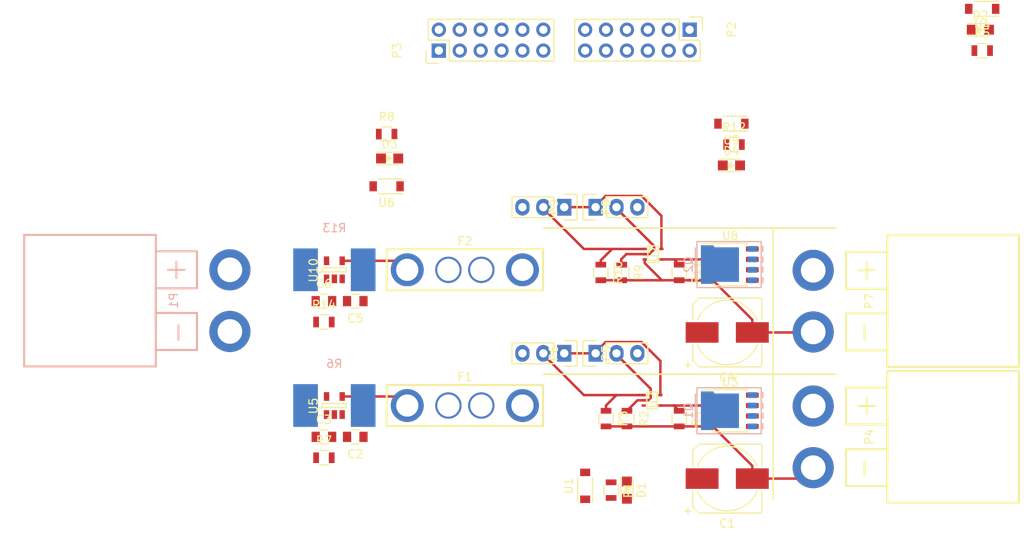
<source format=kicad_pcb>
(kicad_pcb (version 4) (host pcbnew 4.0.4-stable)

  (general
    (links 98)
    (no_connects 71)
    (area 137.16 41.375 262.144762 109.220001)
    (thickness 1.6)
    (drawings 3)
    (tracks 74)
    (zones 0)
    (modules 47)
    (nets 27)
  )

  (page A4)
  (layers
    (0 F.Cu mixed)
    (1 Ground.Cu power)
    (2 Signal.Cu mixed)
    (31 B.Cu mixed)
    (32 B.Adhes user)
    (33 F.Adhes user)
    (34 B.Paste user)
    (35 F.Paste user)
    (36 B.SilkS user)
    (37 F.SilkS user)
    (38 B.Mask user)
    (39 F.Mask user)
    (40 Dwgs.User user)
    (41 Cmts.User user)
    (42 Eco1.User user)
    (43 Eco2.User user)
    (44 Edge.Cuts user)
    (45 Margin user)
    (46 B.CrtYd user)
    (47 F.CrtYd user)
    (48 B.Fab user)
    (49 F.Fab user)
  )

  (setup
    (last_trace_width 0.3)
    (user_trace_width 0.3)
    (user_trace_width 0.4)
    (user_trace_width 0.5)
    (user_trace_width 0.6)
    (user_trace_width 1)
    (user_trace_width 2)
    (user_trace_width 3)
    (user_trace_width 4)
    (trace_clearance 0.2)
    (zone_clearance 0.508)
    (zone_45_only no)
    (trace_min 0.2)
    (segment_width 0.2)
    (edge_width 0.7)
    (via_size 2)
    (via_drill 1.4)
    (via_min_size 0.4)
    (via_min_drill 0.3)
    (uvia_size 0.3)
    (uvia_drill 0.1)
    (uvias_allowed no)
    (uvia_min_size 0.2)
    (uvia_min_drill 0.1)
    (pcb_text_width 0.3)
    (pcb_text_size 1.5 1.5)
    (mod_edge_width 0.15)
    (mod_text_size 1 1)
    (mod_text_width 0.15)
    (pad_size 1.5 2)
    (pad_drill 1.016)
    (pad_to_mask_clearance 0.2)
    (aux_axis_origin 0 0)
    (visible_elements 7FFCEF1F)
    (pcbplotparams
      (layerselection 0x01000_80000001)
      (usegerberextensions false)
      (excludeedgelayer true)
      (linewidth 0.100000)
      (plotframeref false)
      (viasonmask false)
      (mode 1)
      (useauxorigin false)
      (hpglpennumber 1)
      (hpglpenspeed 20)
      (hpglpendiameter 15)
      (hpglpenoverlay 2)
      (psnegative false)
      (psa4output false)
      (plotreference true)
      (plotvalue true)
      (plotinvisibletext false)
      (padsonsilk false)
      (subtractmaskfromsilk false)
      (outputformat 1)
      (mirror false)
      (drillshape 0)
      (scaleselection 1)
      (outputdirectory /media/mdh/KINGSTON/))
  )

  (net 0 "")
  (net 1 "Net-(Q2-Pad4)")
  (net 2 /channel0/kill_sw/in+)
  (net 3 GND)
  (net 4 /channel0/Power)
  (net 5 /channel0/Current_Feedback)
  (net 6 /channel1/kill_sw/in+)
  (net 7 /channel1/Current_Feedback)
  (net 8 "Net-(D1-Pad2)")
  (net 9 "Net-(D2-Pad2)")
  (net 10 "Net-(D3-Pad2)")
  (net 11 "Net-(D4-Pad2)")
  (net 12 /channel0/fuse/in+)
  (net 13 /channel1/fuse/in+)
  (net 14 /channel0/kill_sw/out+)
  (net 15 "Net-(Q1-Pad4)")
  (net 16 /channel1/kill_sw/out+)
  (net 17 "Net-(P6-Pad2)")
  (net 18 "Net-(P5-Pad2)")
  (net 19 "Net-(R4-Pad1)")
  (net 20 "Net-(P9-Pad2)")
  (net 21 "Net-(P8-Pad2)")
  (net 22 "Net-(R11-Pad1)")
  (net 23 /channel0/3.3V)
  (net 24 /channel1/3.3V)
  (net 25 /channel0/Enable_MCU)
  (net 26 /channel1/Enable_MCU)

  (net_class Default "This is the default net class."
    (clearance 0.2)
    (trace_width 0.25)
    (via_dia 2)
    (via_drill 1.4)
    (uvia_dia 0.3)
    (uvia_drill 0.1)
    (add_net /channel0/3.3V)
    (add_net /channel0/Current_Feedback)
    (add_net /channel0/Enable_MCU)
    (add_net /channel0/Power)
    (add_net /channel0/fuse/in+)
    (add_net /channel0/kill_sw/in+)
    (add_net /channel0/kill_sw/out+)
    (add_net /channel1/3.3V)
    (add_net /channel1/Current_Feedback)
    (add_net /channel1/Enable_MCU)
    (add_net /channel1/fuse/in+)
    (add_net /channel1/kill_sw/in+)
    (add_net /channel1/kill_sw/out+)
    (add_net GND)
    (add_net "Net-(D1-Pad2)")
    (add_net "Net-(D2-Pad2)")
    (add_net "Net-(D3-Pad2)")
    (add_net "Net-(D4-Pad2)")
    (add_net "Net-(P5-Pad2)")
    (add_net "Net-(P6-Pad2)")
    (add_net "Net-(P8-Pad2)")
    (add_net "Net-(P9-Pad2)")
    (add_net "Net-(Q1-Pad4)")
    (add_net "Net-(Q2-Pad4)")
    (add_net "Net-(R11-Pad1)")
    (add_net "Net-(R4-Pad1)")
  )

  (module Pin_Headers:Pin_Header_Straight_1x03 (layer F.Cu) (tedit 0) (tstamp 5831B69F)
    (at 209.55 68.58 90)
    (descr "Through hole pin header")
    (tags "pin header")
    (path /58326689/581FE98D/5831ADD9)
    (fp_text reference P9 (at 0 -5.1 90) (layer F.SilkS)
      (effects (font (size 1 1) (thickness 0.15)))
    )
    (fp_text value CONN_01X03 (at 0 -3.1 90) (layer F.Fab)
      (effects (font (size 1 1) (thickness 0.15)))
    )
    (fp_line (start -1.75 -1.75) (end -1.75 6.85) (layer F.CrtYd) (width 0.05))
    (fp_line (start 1.75 -1.75) (end 1.75 6.85) (layer F.CrtYd) (width 0.05))
    (fp_line (start -1.75 -1.75) (end 1.75 -1.75) (layer F.CrtYd) (width 0.05))
    (fp_line (start -1.75 6.85) (end 1.75 6.85) (layer F.CrtYd) (width 0.05))
    (fp_line (start -1.27 1.27) (end -1.27 6.35) (layer F.SilkS) (width 0.15))
    (fp_line (start -1.27 6.35) (end 1.27 6.35) (layer F.SilkS) (width 0.15))
    (fp_line (start 1.27 6.35) (end 1.27 1.27) (layer F.SilkS) (width 0.15))
    (fp_line (start 1.55 -1.55) (end 1.55 0) (layer F.SilkS) (width 0.15))
    (fp_line (start 1.27 1.27) (end -1.27 1.27) (layer F.SilkS) (width 0.15))
    (fp_line (start -1.55 0) (end -1.55 -1.55) (layer F.SilkS) (width 0.15))
    (fp_line (start -1.55 -1.55) (end 1.55 -1.55) (layer F.SilkS) (width 0.15))
    (pad 1 thru_hole rect (at 0 0 90) (size 2.032 1.7272) (drill 1.016) (layers *.Cu *.Mask)
      (net 24 /channel1/3.3V))
    (pad 2 thru_hole oval (at 0 2.54 90) (size 2.032 1.7272) (drill 1.016) (layers *.Cu *.Mask)
      (net 20 "Net-(P9-Pad2)"))
    (pad 3 thru_hole oval (at 0 5.08 90) (size 2.032 1.7272) (drill 1.016) (layers *.Cu *.Mask)
      (net 26 /channel1/Enable_MCU))
    (model Pin_Headers.3dshapes/Pin_Header_Straight_1x03.wrl
      (at (xyz 0 -0.1 0))
      (scale (xyz 1 1 1))
      (rotate (xyz 0 0 90))
    )
  )

  (module LEDs:LED_0805 (layer F.Cu) (tedit 55BDE1C2) (tstamp 5831B5FD)
    (at 213.36 103.002812 270)
    (descr "LED 0805 smd package")
    (tags "LED 0805 SMD")
    (path /581FE101/581FE96C/581F2A80)
    (attr smd)
    (fp_text reference D1 (at 0 -1.75 270) (layer F.SilkS)
      (effects (font (size 1 1) (thickness 0.15)))
    )
    (fp_text value LED (at 0 1.75 270) (layer F.Fab)
      (effects (font (size 1 1) (thickness 0.15)))
    )
    (fp_line (start -0.4 -0.3) (end -0.4 0.3) (layer F.Fab) (width 0.15))
    (fp_line (start -0.3 0) (end 0 -0.3) (layer F.Fab) (width 0.15))
    (fp_line (start 0 0.3) (end -0.3 0) (layer F.Fab) (width 0.15))
    (fp_line (start 0 -0.3) (end 0 0.3) (layer F.Fab) (width 0.15))
    (fp_line (start 1 -0.6) (end -1 -0.6) (layer F.Fab) (width 0.15))
    (fp_line (start 1 0.6) (end 1 -0.6) (layer F.Fab) (width 0.15))
    (fp_line (start -1 0.6) (end 1 0.6) (layer F.Fab) (width 0.15))
    (fp_line (start -1 -0.6) (end -1 0.6) (layer F.Fab) (width 0.15))
    (fp_line (start -1.6 0.75) (end 1.1 0.75) (layer F.SilkS) (width 0.15))
    (fp_line (start -1.6 -0.75) (end 1.1 -0.75) (layer F.SilkS) (width 0.15))
    (fp_line (start -0.1 0.15) (end -0.1 -0.1) (layer F.SilkS) (width 0.15))
    (fp_line (start -0.1 -0.1) (end -0.25 0.05) (layer F.SilkS) (width 0.15))
    (fp_line (start -0.35 -0.35) (end -0.35 0.35) (layer F.SilkS) (width 0.15))
    (fp_line (start 0 0) (end 0.35 0) (layer F.SilkS) (width 0.15))
    (fp_line (start -0.35 0) (end 0 -0.35) (layer F.SilkS) (width 0.15))
    (fp_line (start 0 -0.35) (end 0 0.35) (layer F.SilkS) (width 0.15))
    (fp_line (start 0 0.35) (end -0.35 0) (layer F.SilkS) (width 0.15))
    (fp_line (start 1.9 -0.95) (end 1.9 0.95) (layer F.CrtYd) (width 0.05))
    (fp_line (start 1.9 0.95) (end -1.9 0.95) (layer F.CrtYd) (width 0.05))
    (fp_line (start -1.9 0.95) (end -1.9 -0.95) (layer F.CrtYd) (width 0.05))
    (fp_line (start -1.9 -0.95) (end 1.9 -0.95) (layer F.CrtYd) (width 0.05))
    (pad 2 smd rect (at 1.04902 0 90) (size 1.19888 1.19888) (layers F.Cu F.Paste F.Mask)
      (net 8 "Net-(D1-Pad2)"))
    (pad 1 smd rect (at -1.04902 0 90) (size 1.19888 1.19888) (layers F.Cu F.Paste F.Mask)
      (net 3 GND))
    (model LEDs.3dshapes/LED_0805.wrl
      (at (xyz 0 0 0))
      (scale (xyz 1 1 1))
      (rotate (xyz 0 0 0))
    )
  )

  (module LEDs:LED_0805 (layer F.Cu) (tedit 55BDE1C2) (tstamp 5831B603)
    (at 256.31902 46.99)
    (descr "LED 0805 smd package")
    (tags "LED 0805 SMD")
    (path /581FE101/581FE98D/581F591A)
    (attr smd)
    (fp_text reference D2 (at 0 -1.75) (layer F.SilkS)
      (effects (font (size 1 1) (thickness 0.15)))
    )
    (fp_text value LED (at 0 1.75) (layer F.Fab)
      (effects (font (size 1 1) (thickness 0.15)))
    )
    (fp_line (start -0.4 -0.3) (end -0.4 0.3) (layer F.Fab) (width 0.15))
    (fp_line (start -0.3 0) (end 0 -0.3) (layer F.Fab) (width 0.15))
    (fp_line (start 0 0.3) (end -0.3 0) (layer F.Fab) (width 0.15))
    (fp_line (start 0 -0.3) (end 0 0.3) (layer F.Fab) (width 0.15))
    (fp_line (start 1 -0.6) (end -1 -0.6) (layer F.Fab) (width 0.15))
    (fp_line (start 1 0.6) (end 1 -0.6) (layer F.Fab) (width 0.15))
    (fp_line (start -1 0.6) (end 1 0.6) (layer F.Fab) (width 0.15))
    (fp_line (start -1 -0.6) (end -1 0.6) (layer F.Fab) (width 0.15))
    (fp_line (start -1.6 0.75) (end 1.1 0.75) (layer F.SilkS) (width 0.15))
    (fp_line (start -1.6 -0.75) (end 1.1 -0.75) (layer F.SilkS) (width 0.15))
    (fp_line (start -0.1 0.15) (end -0.1 -0.1) (layer F.SilkS) (width 0.15))
    (fp_line (start -0.1 -0.1) (end -0.25 0.05) (layer F.SilkS) (width 0.15))
    (fp_line (start -0.35 -0.35) (end -0.35 0.35) (layer F.SilkS) (width 0.15))
    (fp_line (start 0 0) (end 0.35 0) (layer F.SilkS) (width 0.15))
    (fp_line (start -0.35 0) (end 0 -0.35) (layer F.SilkS) (width 0.15))
    (fp_line (start 0 -0.35) (end 0 0.35) (layer F.SilkS) (width 0.15))
    (fp_line (start 0 0.35) (end -0.35 0) (layer F.SilkS) (width 0.15))
    (fp_line (start 1.9 -0.95) (end 1.9 0.95) (layer F.CrtYd) (width 0.05))
    (fp_line (start 1.9 0.95) (end -1.9 0.95) (layer F.CrtYd) (width 0.05))
    (fp_line (start -1.9 0.95) (end -1.9 -0.95) (layer F.CrtYd) (width 0.05))
    (fp_line (start -1.9 -0.95) (end 1.9 -0.95) (layer F.CrtYd) (width 0.05))
    (pad 2 smd rect (at 1.04902 0 180) (size 1.19888 1.19888) (layers F.Cu F.Paste F.Mask)
      (net 9 "Net-(D2-Pad2)"))
    (pad 1 smd rect (at -1.04902 0 180) (size 1.19888 1.19888) (layers F.Cu F.Paste F.Mask)
      (net 3 GND))
    (model LEDs.3dshapes/LED_0805.wrl
      (at (xyz 0 0 0))
      (scale (xyz 1 1 1))
      (rotate (xyz 0 0 0))
    )
  )

  (module LEDs:LED_0805 (layer F.Cu) (tedit 55BDE1C2) (tstamp 5831B609)
    (at 184.515001 62.655)
    (descr "LED 0805 smd package")
    (tags "LED 0805 SMD")
    (path /58326689/581FE96C/581F2A80)
    (attr smd)
    (fp_text reference D3 (at 0 -1.75) (layer F.SilkS)
      (effects (font (size 1 1) (thickness 0.15)))
    )
    (fp_text value LED (at 0 1.75) (layer F.Fab)
      (effects (font (size 1 1) (thickness 0.15)))
    )
    (fp_line (start -0.4 -0.3) (end -0.4 0.3) (layer F.Fab) (width 0.15))
    (fp_line (start -0.3 0) (end 0 -0.3) (layer F.Fab) (width 0.15))
    (fp_line (start 0 0.3) (end -0.3 0) (layer F.Fab) (width 0.15))
    (fp_line (start 0 -0.3) (end 0 0.3) (layer F.Fab) (width 0.15))
    (fp_line (start 1 -0.6) (end -1 -0.6) (layer F.Fab) (width 0.15))
    (fp_line (start 1 0.6) (end 1 -0.6) (layer F.Fab) (width 0.15))
    (fp_line (start -1 0.6) (end 1 0.6) (layer F.Fab) (width 0.15))
    (fp_line (start -1 -0.6) (end -1 0.6) (layer F.Fab) (width 0.15))
    (fp_line (start -1.6 0.75) (end 1.1 0.75) (layer F.SilkS) (width 0.15))
    (fp_line (start -1.6 -0.75) (end 1.1 -0.75) (layer F.SilkS) (width 0.15))
    (fp_line (start -0.1 0.15) (end -0.1 -0.1) (layer F.SilkS) (width 0.15))
    (fp_line (start -0.1 -0.1) (end -0.25 0.05) (layer F.SilkS) (width 0.15))
    (fp_line (start -0.35 -0.35) (end -0.35 0.35) (layer F.SilkS) (width 0.15))
    (fp_line (start 0 0) (end 0.35 0) (layer F.SilkS) (width 0.15))
    (fp_line (start -0.35 0) (end 0 -0.35) (layer F.SilkS) (width 0.15))
    (fp_line (start 0 -0.35) (end 0 0.35) (layer F.SilkS) (width 0.15))
    (fp_line (start 0 0.35) (end -0.35 0) (layer F.SilkS) (width 0.15))
    (fp_line (start 1.9 -0.95) (end 1.9 0.95) (layer F.CrtYd) (width 0.05))
    (fp_line (start 1.9 0.95) (end -1.9 0.95) (layer F.CrtYd) (width 0.05))
    (fp_line (start -1.9 0.95) (end -1.9 -0.95) (layer F.CrtYd) (width 0.05))
    (fp_line (start -1.9 -0.95) (end 1.9 -0.95) (layer F.CrtYd) (width 0.05))
    (pad 2 smd rect (at 1.04902 0 180) (size 1.19888 1.19888) (layers F.Cu F.Paste F.Mask)
      (net 10 "Net-(D3-Pad2)"))
    (pad 1 smd rect (at -1.04902 0 180) (size 1.19888 1.19888) (layers F.Cu F.Paste F.Mask)
      (net 3 GND))
    (model LEDs.3dshapes/LED_0805.wrl
      (at (xyz 0 0 0))
      (scale (xyz 1 1 1))
      (rotate (xyz 0 0 0))
    )
  )

  (module LEDs:LED_0805 (layer F.Cu) (tedit 55BDE1C2) (tstamp 5831B60F)
    (at 226.06 63.5)
    (descr "LED 0805 smd package")
    (tags "LED 0805 SMD")
    (path /58326689/581FE98D/581F591A)
    (attr smd)
    (fp_text reference D4 (at 0 -1.75) (layer F.SilkS)
      (effects (font (size 1 1) (thickness 0.15)))
    )
    (fp_text value LED (at 0 1.75) (layer F.Fab)
      (effects (font (size 1 1) (thickness 0.15)))
    )
    (fp_line (start -0.4 -0.3) (end -0.4 0.3) (layer F.Fab) (width 0.15))
    (fp_line (start -0.3 0) (end 0 -0.3) (layer F.Fab) (width 0.15))
    (fp_line (start 0 0.3) (end -0.3 0) (layer F.Fab) (width 0.15))
    (fp_line (start 0 -0.3) (end 0 0.3) (layer F.Fab) (width 0.15))
    (fp_line (start 1 -0.6) (end -1 -0.6) (layer F.Fab) (width 0.15))
    (fp_line (start 1 0.6) (end 1 -0.6) (layer F.Fab) (width 0.15))
    (fp_line (start -1 0.6) (end 1 0.6) (layer F.Fab) (width 0.15))
    (fp_line (start -1 -0.6) (end -1 0.6) (layer F.Fab) (width 0.15))
    (fp_line (start -1.6 0.75) (end 1.1 0.75) (layer F.SilkS) (width 0.15))
    (fp_line (start -1.6 -0.75) (end 1.1 -0.75) (layer F.SilkS) (width 0.15))
    (fp_line (start -0.1 0.15) (end -0.1 -0.1) (layer F.SilkS) (width 0.15))
    (fp_line (start -0.1 -0.1) (end -0.25 0.05) (layer F.SilkS) (width 0.15))
    (fp_line (start -0.35 -0.35) (end -0.35 0.35) (layer F.SilkS) (width 0.15))
    (fp_line (start 0 0) (end 0.35 0) (layer F.SilkS) (width 0.15))
    (fp_line (start -0.35 0) (end 0 -0.35) (layer F.SilkS) (width 0.15))
    (fp_line (start 0 -0.35) (end 0 0.35) (layer F.SilkS) (width 0.15))
    (fp_line (start 0 0.35) (end -0.35 0) (layer F.SilkS) (width 0.15))
    (fp_line (start 1.9 -0.95) (end 1.9 0.95) (layer F.CrtYd) (width 0.05))
    (fp_line (start 1.9 0.95) (end -1.9 0.95) (layer F.CrtYd) (width 0.05))
    (fp_line (start -1.9 0.95) (end -1.9 -0.95) (layer F.CrtYd) (width 0.05))
    (fp_line (start -1.9 -0.95) (end 1.9 -0.95) (layer F.CrtYd) (width 0.05))
    (pad 2 smd rect (at 1.04902 0 180) (size 1.19888 1.19888) (layers F.Cu F.Paste F.Mask)
      (net 11 "Net-(D4-Pad2)"))
    (pad 1 smd rect (at -1.04902 0 180) (size 1.19888 1.19888) (layers F.Cu F.Paste F.Mask)
      (net 3 GND))
    (model LEDs.3dshapes/LED_0805.wrl
      (at (xyz 0 0 0))
      (scale (xyz 1 1 1))
      (rotate (xyz 0 0 0))
    )
  )

  (module KiCad-Dev:Fuseholder_test (layer F.Cu) (tedit 582AD03C) (tstamp 5831B61B)
    (at 193.66 92.71)
    (descr "Fuseholder, 5x20, open, horizontal, Type-II, lateral,")
    (tags "Fuseholder, 5x20, open, horizontal, Type-II, lateral, Sicherungshalter, offen,")
    (path /581FE101/581FE96C/581F29E4)
    (fp_text reference F1 (at 0 -3.5) (layer F.SilkS)
      (effects (font (size 1 1) (thickness 0.15)))
    )
    (fp_text value FUSE (at -3 -3.5) (layer F.Fab)
      (effects (font (size 1 1) (thickness 0.15)))
    )
    (fp_line (start 9.5 2.5) (end -9.5 2.5) (layer F.SilkS) (width 0.254))
    (fp_line (start 9.5 -2.5) (end 9.5 2.5) (layer F.SilkS) (width 0.254))
    (fp_line (start -9.5 -2.5) (end 9.5 -2.5) (layer F.SilkS) (width 0.254))
    (fp_line (start -9.5 2.5) (end -9.5 -2.5) (layer F.SilkS) (width 0.254))
    (pad 1 thru_hole circle (at -7 0) (size 4 4) (drill 2.7) (layers *.Cu *.Mask)
      (net 12 /channel0/fuse/in+))
    (pad 1 thru_hole circle (at -2 0) (size 3.2 3.2) (drill 2.7) (layers *.Cu *.Mask)
      (net 12 /channel0/fuse/in+))
    (pad 2 thru_hole circle (at 2 0) (size 3.2 3.2) (drill 2.7) (layers *.Cu *.Mask)
      (net 2 /channel0/kill_sw/in+))
    (pad 2 thru_hole circle (at 7 0) (size 4 4) (drill 2.7) (layers *.Cu *.Mask)
      (net 2 /channel0/kill_sw/in+))
  )

  (module KiCad-Dev:Fuseholder_test (layer F.Cu) (tedit 582AD03C) (tstamp 5831B627)
    (at 193.66 76.2)
    (descr "Fuseholder, 5x20, open, horizontal, Type-II, lateral,")
    (tags "Fuseholder, 5x20, open, horizontal, Type-II, lateral, Sicherungshalter, offen,")
    (path /58326689/581FE96C/581F29E4)
    (fp_text reference F2 (at 0 -3.5) (layer F.SilkS)
      (effects (font (size 1 1) (thickness 0.15)))
    )
    (fp_text value FUSE (at -3 -3.5) (layer F.Fab)
      (effects (font (size 1 1) (thickness 0.15)))
    )
    (fp_line (start 9.5 2.5) (end -9.5 2.5) (layer F.SilkS) (width 0.254))
    (fp_line (start 9.5 -2.5) (end 9.5 2.5) (layer F.SilkS) (width 0.254))
    (fp_line (start -9.5 -2.5) (end 9.5 -2.5) (layer F.SilkS) (width 0.254))
    (fp_line (start -9.5 2.5) (end -9.5 -2.5) (layer F.SilkS) (width 0.254))
    (pad 1 thru_hole circle (at -7 0) (size 4 4) (drill 2.7) (layers *.Cu *.Mask)
      (net 13 /channel1/fuse/in+))
    (pad 1 thru_hole circle (at -2 0) (size 3.2 3.2) (drill 2.7) (layers *.Cu *.Mask)
      (net 13 /channel1/fuse/in+))
    (pad 2 thru_hole circle (at 2 0) (size 3.2 3.2) (drill 2.7) (layers *.Cu *.Mask)
      (net 6 /channel1/kill_sw/in+))
    (pad 2 thru_hole circle (at 7 0) (size 4 4) (drill 2.7) (layers *.Cu *.Mask)
      (net 6 /channel1/kill_sw/in+))
  )

  (module KiCad-Dev:CONN_XT60_Male_Horizontal (layer B.Cu) (tedit 5831A659) (tstamp 5831B63B)
    (at 147.1 79.95 90)
    (tags "XT60 conn")
    (path /583262C6)
    (fp_text reference P1 (at 0 11.176 90) (layer B.SilkS)
      (effects (font (size 1 1) (thickness 0.15)) (justify mirror))
    )
    (fp_text value CONN_XT60_Male (at 0.06 5 90) (layer B.Fab)
      (effects (font (size 1 1) (thickness 0.15)) (justify mirror))
    )
    (fp_line (start 3.75 12.5) (end 3.75 10.5) (layer B.SilkS) (width 0.254))
    (fp_line (start -4.75 11.75) (end -3 11.75) (layer B.SilkS) (width 0.254))
    (fp_line (start 2.75 11.5) (end 4.75 11.5) (layer B.SilkS) (width 0.254))
    (fp_line (start 6 14) (end 6 9) (layer B.SilkS) (width 0.254))
    (fp_line (start 1.5 14) (end 6 14) (layer B.SilkS) (width 0.254))
    (fp_line (start 1.5 9) (end 1.5 14) (layer B.SilkS) (width 0.254))
    (fp_line (start -3 9) (end 2 9) (layer B.SilkS) (width 0.254))
    (fp_line (start -1.5 14) (end -1.5 9) (layer B.SilkS) (width 0.254))
    (fp_line (start -6 14) (end -1.5 14) (layer B.SilkS) (width 0.254))
    (fp_line (start -6 9) (end -6 14) (layer B.SilkS) (width 0.254))
    (fp_line (start -8 9) (end 8 9) (layer B.SilkS) (width 0.254))
    (fp_line (start -8 -7) (end 8 -7) (layer B.SilkS) (width 0.254))
    (fp_line (start -8 9) (end -8 -7) (layer B.SilkS) (width 0.254))
    (fp_line (start 8 9) (end 8 -7) (layer B.SilkS) (width 0.254))
    (pad 2 thru_hole circle (at 3.75 18 90) (size 5 5) (drill 3) (layers *.Cu *.Mask)
      (net 4 /channel0/Power))
    (pad 1 thru_hole circle (at -3.75 18 90) (size 5 5) (drill 3) (layers *.Cu *.Mask)
      (net 3 GND))
  )

  (module Pin_Headers:Pin_Header_Straight_2x06 (layer F.Cu) (tedit 0) (tstamp 5831B64B)
    (at 220.98 46.99 270)
    (descr "Through hole pin header")
    (tags "pin header")
    (path /5832441F)
    (fp_text reference P2 (at 0 -5.1 270) (layer F.SilkS)
      (effects (font (size 1 1) (thickness 0.15)))
    )
    (fp_text value CONN_02X06 (at 0 -3.1 270) (layer F.Fab)
      (effects (font (size 1 1) (thickness 0.15)))
    )
    (fp_line (start -1.75 -1.75) (end -1.75 14.45) (layer F.CrtYd) (width 0.05))
    (fp_line (start 4.3 -1.75) (end 4.3 14.45) (layer F.CrtYd) (width 0.05))
    (fp_line (start -1.75 -1.75) (end 4.3 -1.75) (layer F.CrtYd) (width 0.05))
    (fp_line (start -1.75 14.45) (end 4.3 14.45) (layer F.CrtYd) (width 0.05))
    (fp_line (start 3.81 13.97) (end 3.81 -1.27) (layer F.SilkS) (width 0.15))
    (fp_line (start -1.27 1.27) (end -1.27 13.97) (layer F.SilkS) (width 0.15))
    (fp_line (start 3.81 13.97) (end -1.27 13.97) (layer F.SilkS) (width 0.15))
    (fp_line (start 3.81 -1.27) (end 1.27 -1.27) (layer F.SilkS) (width 0.15))
    (fp_line (start 0 -1.55) (end -1.55 -1.55) (layer F.SilkS) (width 0.15))
    (fp_line (start 1.27 -1.27) (end 1.27 1.27) (layer F.SilkS) (width 0.15))
    (fp_line (start 1.27 1.27) (end -1.27 1.27) (layer F.SilkS) (width 0.15))
    (fp_line (start -1.55 -1.55) (end -1.55 0) (layer F.SilkS) (width 0.15))
    (pad 1 thru_hole rect (at 0 0 270) (size 1.7272 1.7272) (drill 1.016) (layers *.Cu *.Mask)
      (net 3 GND))
    (pad 2 thru_hole oval (at 2.54 0 270) (size 1.7272 1.7272) (drill 1.016) (layers *.Cu *.Mask))
    (pad 3 thru_hole oval (at 0 2.54 270) (size 1.7272 1.7272) (drill 1.016) (layers *.Cu *.Mask)
      (net 5 /channel0/Current_Feedback))
    (pad 4 thru_hole oval (at 2.54 2.54 270) (size 1.7272 1.7272) (drill 1.016) (layers *.Cu *.Mask))
    (pad 5 thru_hole oval (at 0 5.08 270) (size 1.7272 1.7272) (drill 1.016) (layers *.Cu *.Mask)
      (net 7 /channel1/Current_Feedback))
    (pad 6 thru_hole oval (at 2.54 5.08 270) (size 1.7272 1.7272) (drill 1.016) (layers *.Cu *.Mask))
    (pad 7 thru_hole oval (at 0 7.62 270) (size 1.7272 1.7272) (drill 1.016) (layers *.Cu *.Mask))
    (pad 8 thru_hole oval (at 2.54 7.62 270) (size 1.7272 1.7272) (drill 1.016) (layers *.Cu *.Mask))
    (pad 9 thru_hole oval (at 0 10.16 270) (size 1.7272 1.7272) (drill 1.016) (layers *.Cu *.Mask))
    (pad 10 thru_hole oval (at 2.54 10.16 270) (size 1.7272 1.7272) (drill 1.016) (layers *.Cu *.Mask))
    (pad 11 thru_hole oval (at 0 12.7 270) (size 1.7272 1.7272) (drill 1.016) (layers *.Cu *.Mask))
    (pad 12 thru_hole oval (at 2.54 12.7 270) (size 1.7272 1.7272) (drill 1.016) (layers *.Cu *.Mask))
    (model Pin_Headers.3dshapes/Pin_Header_Straight_2x06.wrl
      (at (xyz 0.05 -0.25 0))
      (scale (xyz 1 1 1))
      (rotate (xyz 0 0 90))
    )
  )

  (module Pin_Headers:Pin_Header_Straight_2x06 (layer F.Cu) (tedit 0) (tstamp 5831B65B)
    (at 190.5 49.53 90)
    (descr "Through hole pin header")
    (tags "pin header")
    (path /5832895C)
    (fp_text reference P3 (at 0 -5.1 90) (layer F.SilkS)
      (effects (font (size 1 1) (thickness 0.15)))
    )
    (fp_text value CONN_02X06 (at 0 -3.1 90) (layer F.Fab)
      (effects (font (size 1 1) (thickness 0.15)))
    )
    (fp_line (start -1.75 -1.75) (end -1.75 14.45) (layer F.CrtYd) (width 0.05))
    (fp_line (start 4.3 -1.75) (end 4.3 14.45) (layer F.CrtYd) (width 0.05))
    (fp_line (start -1.75 -1.75) (end 4.3 -1.75) (layer F.CrtYd) (width 0.05))
    (fp_line (start -1.75 14.45) (end 4.3 14.45) (layer F.CrtYd) (width 0.05))
    (fp_line (start 3.81 13.97) (end 3.81 -1.27) (layer F.SilkS) (width 0.15))
    (fp_line (start -1.27 1.27) (end -1.27 13.97) (layer F.SilkS) (width 0.15))
    (fp_line (start 3.81 13.97) (end -1.27 13.97) (layer F.SilkS) (width 0.15))
    (fp_line (start 3.81 -1.27) (end 1.27 -1.27) (layer F.SilkS) (width 0.15))
    (fp_line (start 0 -1.55) (end -1.55 -1.55) (layer F.SilkS) (width 0.15))
    (fp_line (start 1.27 -1.27) (end 1.27 1.27) (layer F.SilkS) (width 0.15))
    (fp_line (start 1.27 1.27) (end -1.27 1.27) (layer F.SilkS) (width 0.15))
    (fp_line (start -1.55 -1.55) (end -1.55 0) (layer F.SilkS) (width 0.15))
    (pad 1 thru_hole rect (at 0 0 90) (size 1.7272 1.7272) (drill 1.016) (layers *.Cu *.Mask)
      (net 3 GND))
    (pad 2 thru_hole oval (at 2.54 0 90) (size 1.7272 1.7272) (drill 1.016) (layers *.Cu *.Mask))
    (pad 3 thru_hole oval (at 0 2.54 90) (size 1.7272 1.7272) (drill 1.016) (layers *.Cu *.Mask)
      (net 25 /channel0/Enable_MCU))
    (pad 4 thru_hole oval (at 2.54 2.54 90) (size 1.7272 1.7272) (drill 1.016) (layers *.Cu *.Mask))
    (pad 5 thru_hole oval (at 0 5.08 90) (size 1.7272 1.7272) (drill 1.016) (layers *.Cu *.Mask)
      (net 26 /channel1/Enable_MCU))
    (pad 6 thru_hole oval (at 2.54 5.08 90) (size 1.7272 1.7272) (drill 1.016) (layers *.Cu *.Mask))
    (pad 7 thru_hole oval (at 0 7.62 90) (size 1.7272 1.7272) (drill 1.016) (layers *.Cu *.Mask))
    (pad 8 thru_hole oval (at 2.54 7.62 90) (size 1.7272 1.7272) (drill 1.016) (layers *.Cu *.Mask))
    (pad 9 thru_hole oval (at 0 10.16 90) (size 1.7272 1.7272) (drill 1.016) (layers *.Cu *.Mask))
    (pad 10 thru_hole oval (at 2.54 10.16 90) (size 1.7272 1.7272) (drill 1.016) (layers *.Cu *.Mask))
    (pad 11 thru_hole oval (at 0 12.7 90) (size 1.7272 1.7272) (drill 1.016) (layers *.Cu *.Mask))
    (pad 12 thru_hole oval (at 2.54 12.7 90) (size 1.7272 1.7272) (drill 1.016) (layers *.Cu *.Mask))
    (model Pin_Headers.3dshapes/Pin_Header_Straight_2x06.wrl
      (at (xyz 0.05 -0.25 0))
      (scale (xyz 1 1 1))
      (rotate (xyz 0 0 90))
    )
  )

  (module KiCad-Dev:CONN_XT60_Female_Horizontal (layer F.Cu) (tedit 5831A673) (tstamp 5831B66F)
    (at 254 96.52 90)
    (tags "XT60 conn")
    (path /581FE101/5831C22B)
    (fp_text reference P4 (at 0 -11.176 90) (layer F.SilkS)
      (effects (font (size 1 1) (thickness 0.15)))
    )
    (fp_text value CONN_XT60_Female (at 0.06 -5 90) (layer F.Fab)
      (effects (font (size 1 1) (thickness 0.15)))
    )
    (fp_line (start 3.75 -12.5) (end 3.75 -10.5) (layer F.SilkS) (width 0.254))
    (fp_line (start -4.75 -11.75) (end -3 -11.75) (layer F.SilkS) (width 0.254))
    (fp_line (start 2.75 -11.5) (end 4.75 -11.5) (layer F.SilkS) (width 0.254))
    (fp_line (start 6 -14) (end 6 -9) (layer F.SilkS) (width 0.254))
    (fp_line (start 1.5 -14) (end 6 -14) (layer F.SilkS) (width 0.254))
    (fp_line (start 1.5 -9) (end 1.5 -14) (layer F.SilkS) (width 0.254))
    (fp_line (start -3 -9) (end 2 -9) (layer F.SilkS) (width 0.254))
    (fp_line (start -1.5 -14) (end -1.5 -9) (layer F.SilkS) (width 0.254))
    (fp_line (start -6 -14) (end -1.5 -14) (layer F.SilkS) (width 0.254))
    (fp_line (start -6 -9) (end -6 -14) (layer F.SilkS) (width 0.254))
    (fp_line (start -8 -9) (end 8 -9) (layer F.SilkS) (width 0.254))
    (fp_line (start -8 7) (end 8 7) (layer F.SilkS) (width 0.254))
    (fp_line (start -8 -9) (end -8 7) (layer F.SilkS) (width 0.254))
    (fp_line (start 8 -9) (end 8 7) (layer F.SilkS) (width 0.254))
    (pad 2 thru_hole circle (at 3.75 -18 90) (size 5 5) (drill 3) (layers *.Cu *.Mask)
      (net 14 /channel0/kill_sw/out+))
    (pad 1 thru_hole circle (at -3.75 -18 90) (size 5 5) (drill 3) (layers *.Cu *.Mask)
      (net 3 GND))
  )

  (module Pin_Headers:Pin_Header_Straight_1x03 (layer F.Cu) (tedit 0) (tstamp 5831B676)
    (at 205.74 86.36 270)
    (descr "Through hole pin header")
    (tags "pin header")
    (path /581FE101/581FE98D/5831AD4D)
    (fp_text reference P5 (at 0 -5.1 270) (layer F.SilkS)
      (effects (font (size 1 1) (thickness 0.15)))
    )
    (fp_text value CONN_01X03 (at 0 -3.1 270) (layer F.Fab)
      (effects (font (size 1 1) (thickness 0.15)))
    )
    (fp_line (start -1.75 -1.75) (end -1.75 6.85) (layer F.CrtYd) (width 0.05))
    (fp_line (start 1.75 -1.75) (end 1.75 6.85) (layer F.CrtYd) (width 0.05))
    (fp_line (start -1.75 -1.75) (end 1.75 -1.75) (layer F.CrtYd) (width 0.05))
    (fp_line (start -1.75 6.85) (end 1.75 6.85) (layer F.CrtYd) (width 0.05))
    (fp_line (start -1.27 1.27) (end -1.27 6.35) (layer F.SilkS) (width 0.15))
    (fp_line (start -1.27 6.35) (end 1.27 6.35) (layer F.SilkS) (width 0.15))
    (fp_line (start 1.27 6.35) (end 1.27 1.27) (layer F.SilkS) (width 0.15))
    (fp_line (start 1.55 -1.55) (end 1.55 0) (layer F.SilkS) (width 0.15))
    (fp_line (start 1.27 1.27) (end -1.27 1.27) (layer F.SilkS) (width 0.15))
    (fp_line (start -1.55 0) (end -1.55 -1.55) (layer F.SilkS) (width 0.15))
    (fp_line (start -1.55 -1.55) (end 1.55 -1.55) (layer F.SilkS) (width 0.15))
    (pad 1 thru_hole rect (at 0 0 270) (size 2.032 1.7272) (drill 1.016) (layers *.Cu *.Mask)
      (net 23 /channel0/3.3V))
    (pad 2 thru_hole oval (at 0 2.54 270) (size 2.032 1.7272) (drill 1.016) (layers *.Cu *.Mask)
      (net 18 "Net-(P5-Pad2)"))
    (pad 3 thru_hole oval (at 0 5.08 270) (size 2.032 1.7272) (drill 1.016) (layers *.Cu *.Mask))
    (model Pin_Headers.3dshapes/Pin_Header_Straight_1x03.wrl
      (at (xyz 0 -0.1 0))
      (scale (xyz 1 1 1))
      (rotate (xyz 0 0 90))
    )
  )

  (module Pin_Headers:Pin_Header_Straight_1x03 (layer F.Cu) (tedit 0) (tstamp 5831B67D)
    (at 209.55 86.36 90)
    (descr "Through hole pin header")
    (tags "pin header")
    (path /581FE101/581FE98D/5831ADD9)
    (fp_text reference P6 (at 0 -5.1 90) (layer F.SilkS)
      (effects (font (size 1 1) (thickness 0.15)))
    )
    (fp_text value CONN_01X03 (at 0 -3.1 90) (layer F.Fab)
      (effects (font (size 1 1) (thickness 0.15)))
    )
    (fp_line (start -1.75 -1.75) (end -1.75 6.85) (layer F.CrtYd) (width 0.05))
    (fp_line (start 1.75 -1.75) (end 1.75 6.85) (layer F.CrtYd) (width 0.05))
    (fp_line (start -1.75 -1.75) (end 1.75 -1.75) (layer F.CrtYd) (width 0.05))
    (fp_line (start -1.75 6.85) (end 1.75 6.85) (layer F.CrtYd) (width 0.05))
    (fp_line (start -1.27 1.27) (end -1.27 6.35) (layer F.SilkS) (width 0.15))
    (fp_line (start -1.27 6.35) (end 1.27 6.35) (layer F.SilkS) (width 0.15))
    (fp_line (start 1.27 6.35) (end 1.27 1.27) (layer F.SilkS) (width 0.15))
    (fp_line (start 1.55 -1.55) (end 1.55 0) (layer F.SilkS) (width 0.15))
    (fp_line (start 1.27 1.27) (end -1.27 1.27) (layer F.SilkS) (width 0.15))
    (fp_line (start -1.55 0) (end -1.55 -1.55) (layer F.SilkS) (width 0.15))
    (fp_line (start -1.55 -1.55) (end 1.55 -1.55) (layer F.SilkS) (width 0.15))
    (pad 1 thru_hole rect (at 0 0 90) (size 2.032 1.7272) (drill 1.016) (layers *.Cu *.Mask)
      (net 23 /channel0/3.3V))
    (pad 2 thru_hole oval (at 0 2.54 90) (size 2.032 1.7272) (drill 1.016) (layers *.Cu *.Mask)
      (net 17 "Net-(P6-Pad2)"))
    (pad 3 thru_hole oval (at 0 5.08 90) (size 2.032 1.7272) (drill 1.016) (layers *.Cu *.Mask)
      (net 25 /channel0/Enable_MCU))
    (model Pin_Headers.3dshapes/Pin_Header_Straight_1x03.wrl
      (at (xyz 0 -0.1 0))
      (scale (xyz 1 1 1))
      (rotate (xyz 0 0 90))
    )
  )

  (module KiCad-Dev:CONN_XT60_Female_Horizontal (layer F.Cu) (tedit 5831A673) (tstamp 5831B691)
    (at 254 80.01 90)
    (tags "XT60 conn")
    (path /58326689/5831C22B)
    (fp_text reference P7 (at 0 -11.176 90) (layer F.SilkS)
      (effects (font (size 1 1) (thickness 0.15)))
    )
    (fp_text value CONN_XT60_Female (at 0.06 -5 90) (layer F.Fab)
      (effects (font (size 1 1) (thickness 0.15)))
    )
    (fp_line (start 3.75 -12.5) (end 3.75 -10.5) (layer F.SilkS) (width 0.254))
    (fp_line (start -4.75 -11.75) (end -3 -11.75) (layer F.SilkS) (width 0.254))
    (fp_line (start 2.75 -11.5) (end 4.75 -11.5) (layer F.SilkS) (width 0.254))
    (fp_line (start 6 -14) (end 6 -9) (layer F.SilkS) (width 0.254))
    (fp_line (start 1.5 -14) (end 6 -14) (layer F.SilkS) (width 0.254))
    (fp_line (start 1.5 -9) (end 1.5 -14) (layer F.SilkS) (width 0.254))
    (fp_line (start -3 -9) (end 2 -9) (layer F.SilkS) (width 0.254))
    (fp_line (start -1.5 -14) (end -1.5 -9) (layer F.SilkS) (width 0.254))
    (fp_line (start -6 -14) (end -1.5 -14) (layer F.SilkS) (width 0.254))
    (fp_line (start -6 -9) (end -6 -14) (layer F.SilkS) (width 0.254))
    (fp_line (start -8 -9) (end 8 -9) (layer F.SilkS) (width 0.254))
    (fp_line (start -8 7) (end 8 7) (layer F.SilkS) (width 0.254))
    (fp_line (start -8 -9) (end -8 7) (layer F.SilkS) (width 0.254))
    (fp_line (start 8 -9) (end 8 7) (layer F.SilkS) (width 0.254))
    (pad 2 thru_hole circle (at 3.75 -18 90) (size 5 5) (drill 3) (layers *.Cu *.Mask)
      (net 16 /channel1/kill_sw/out+))
    (pad 1 thru_hole circle (at -3.75 -18 90) (size 5 5) (drill 3) (layers *.Cu *.Mask)
      (net 3 GND))
  )

  (module Pin_Headers:Pin_Header_Straight_1x03 (layer F.Cu) (tedit 0) (tstamp 5831B698)
    (at 205.74 68.58 270)
    (descr "Through hole pin header")
    (tags "pin header")
    (path /58326689/581FE98D/5831AD4D)
    (fp_text reference P8 (at 0 -5.1 270) (layer F.SilkS)
      (effects (font (size 1 1) (thickness 0.15)))
    )
    (fp_text value CONN_01X03 (at 0 -3.1 270) (layer F.Fab)
      (effects (font (size 1 1) (thickness 0.15)))
    )
    (fp_line (start -1.75 -1.75) (end -1.75 6.85) (layer F.CrtYd) (width 0.05))
    (fp_line (start 1.75 -1.75) (end 1.75 6.85) (layer F.CrtYd) (width 0.05))
    (fp_line (start -1.75 -1.75) (end 1.75 -1.75) (layer F.CrtYd) (width 0.05))
    (fp_line (start -1.75 6.85) (end 1.75 6.85) (layer F.CrtYd) (width 0.05))
    (fp_line (start -1.27 1.27) (end -1.27 6.35) (layer F.SilkS) (width 0.15))
    (fp_line (start -1.27 6.35) (end 1.27 6.35) (layer F.SilkS) (width 0.15))
    (fp_line (start 1.27 6.35) (end 1.27 1.27) (layer F.SilkS) (width 0.15))
    (fp_line (start 1.55 -1.55) (end 1.55 0) (layer F.SilkS) (width 0.15))
    (fp_line (start 1.27 1.27) (end -1.27 1.27) (layer F.SilkS) (width 0.15))
    (fp_line (start -1.55 0) (end -1.55 -1.55) (layer F.SilkS) (width 0.15))
    (fp_line (start -1.55 -1.55) (end 1.55 -1.55) (layer F.SilkS) (width 0.15))
    (pad 1 thru_hole rect (at 0 0 270) (size 2.032 1.7272) (drill 1.016) (layers *.Cu *.Mask)
      (net 24 /channel1/3.3V))
    (pad 2 thru_hole oval (at 0 2.54 270) (size 2.032 1.7272) (drill 1.016) (layers *.Cu *.Mask)
      (net 21 "Net-(P8-Pad2)"))
    (pad 3 thru_hole oval (at 0 5.08 270) (size 2.032 1.7272) (drill 1.016) (layers *.Cu *.Mask))
    (model Pin_Headers.3dshapes/Pin_Header_Straight_1x03.wrl
      (at (xyz 0 -0.1 0))
      (scale (xyz 1 1 1))
      (rotate (xyz 0 0 90))
    )
  )

  (module TO_SOT_Packages_SMD:SOT-669_LFPAK (layer B.Cu) (tedit 54C6F638) (tstamp 5831B6B6)
    (at 225.775 93.345 270)
    (descr "LFPAK www.nxp.com/documents/leaflet/939775016838_LR.pdf")
    (tags "LFPAK SOT-669 Power-SO8")
    (path /581FE101/581FE98D/58248FB0)
    (attr smd)
    (fp_text reference Q1 (at 0 4.925 270) (layer B.SilkS)
      (effects (font (size 1 1) (thickness 0.15)) (justify mirror))
    )
    (fp_text value BUK9Y4R8-60E (at 0 -5.25 270) (layer B.Fab)
      (effects (font (size 1 1) (thickness 0.15)) (justify mirror))
    )
    (fp_line (start 2.95 4.25) (end 2.95 -4.25) (layer B.CrtYd) (width 0.05))
    (fp_line (start -2.95 -4.25) (end -2.95 4.25) (layer B.CrtYd) (width 0.05))
    (fp_line (start -2.95 -4.25) (end 2.95 -4.25) (layer B.CrtYd) (width 0.05))
    (fp_line (start -2.95 4.25) (end 2.95 4.25) (layer B.CrtYd) (width 0.05))
    (fp_line (start -2 3.9) (end -2 4.1) (layer B.SilkS) (width 0.15))
    (fp_line (start -2 4.1) (end 2 4.1) (layer B.SilkS) (width 0.15))
    (fp_line (start 2 4.1) (end 2 3.9) (layer B.SilkS) (width 0.15))
    (fp_line (start 1.6 -3.9) (end 1.6 -4.1) (layer B.SilkS) (width 0.15))
    (fp_line (start 1.6 -4.1) (end 2.2 -4.1) (layer B.SilkS) (width 0.15))
    (fp_line (start 2.2 -4.1) (end 2.2 -3.9) (layer B.SilkS) (width 0.15))
    (fp_line (start 0.3 -3.9) (end 0.3 -4.1) (layer B.SilkS) (width 0.15))
    (fp_line (start 0.3 -4.1) (end 0.9 -4.1) (layer B.SilkS) (width 0.15))
    (fp_line (start 0.9 -4.1) (end 0.9 -3.9) (layer B.SilkS) (width 0.15))
    (fp_line (start -0.9 -3.9) (end -0.9 -4.1) (layer B.SilkS) (width 0.15))
    (fp_line (start -0.9 -4.1) (end -0.3 -4.1) (layer B.SilkS) (width 0.15))
    (fp_line (start -0.3 -4.1) (end -0.3 -3.9) (layer B.SilkS) (width 0.15))
    (fp_line (start -2.2 -3.9) (end -2.2 -4.1) (layer B.SilkS) (width 0.15))
    (fp_line (start -2.2 -4.1) (end -1.6 -4.1) (layer B.SilkS) (width 0.15))
    (fp_line (start -1.6 -4.1) (end -1.6 -3.9) (layer B.SilkS) (width 0.15))
    (fp_line (start -2.8 3.9) (end 2.8 3.9) (layer B.SilkS) (width 0.15))
    (fp_line (start 2.8 3.9) (end 2.8 -3.9) (layer B.SilkS) (width 0.15))
    (fp_line (start 2.8 -3.9) (end -2.8 -3.9) (layer B.SilkS) (width 0.15))
    (fp_line (start -2.8 -3.9) (end -2.8 3.9) (layer B.SilkS) (width 0.15))
    (pad 7 smd rect (at -1.15 0.2 180) (size 0.6 0.9) (layers B.Paste))
    (pad 7 smd rect (at -1.15 -0.65 180) (size 0.6 0.9) (layers B.Paste))
    (pad 7 smd rect (at -1.15 1.05 180) (size 0.6 0.9) (layers B.Paste))
    (pad 7 smd rect (at 1.15 0.2 180) (size 0.6 0.9) (layers B.Paste))
    (pad 7 smd rect (at 1.15 -0.65 180) (size 0.6 0.9) (layers B.Paste))
    (pad 7 smd rect (at 1.15 1.05 180) (size 0.6 0.9) (layers B.Paste))
    (pad 7 smd rect (at 0 1.05 180) (size 0.6 0.9) (layers B.Paste))
    (pad 7 smd rect (at 0 -0.65 180) (size 0.6 0.9) (layers B.Paste))
    (pad 6 smd rect (at -1.875 2.9 270) (size 0.6 0.9) (layers B.Paste))
    (pad 6 smd rect (at 1.875 2.9 270) (size 0.6 0.9) (layers B.Paste))
    (pad 6 smd rect (at -0.6 2.9 270) (size 0.6 0.9) (layers B.Paste))
    (pad 2 smd rect (at -0.635 -2.825 270) (size 0.7 1.15) (layers B.Cu B.Paste B.Mask)
      (net 14 /channel0/kill_sw/out+) (solder_mask_margin 0.075) (solder_paste_margin -0.05))
    (pad 1 smd rect (at -1.905 -2.825 270) (size 0.7 1.15) (layers B.Cu B.Paste B.Mask)
      (net 14 /channel0/kill_sw/out+) (solder_mask_margin 0.075) (solder_paste_margin -0.05))
    (pad 3 smd rect (at 0.635 -2.825 270) (size 0.7 1.15) (layers B.Cu B.Paste B.Mask)
      (net 14 /channel0/kill_sw/out+) (solder_mask_margin 0.075) (solder_paste_margin -0.05))
    (pad 5 smd rect (at 0 2.65 270) (size 4.7 1.55) (layers B.Cu B.Mask)
      (net 2 /channel0/kill_sw/in+) (solder_mask_margin 0.075))
    (pad 5 smd rect (at 0 0.45 270) (size 4.2 3.3) (layers B.Cu B.Mask)
      (net 2 /channel0/kill_sw/in+) (solder_mask_margin 0.075))
    (pad 4 smd rect (at 1.905 -2.825 270) (size 0.7 1.15) (layers B.Cu B.Paste B.Mask)
      (net 15 "Net-(Q1-Pad4)") (solder_mask_margin 0.075) (solder_paste_margin -0.05))
    (pad 6 smd rect (at 0.6 2.9 270) (size 0.6 0.9) (layers B.Paste))
    (pad 7 smd rect (at 0 0.2 180) (size 0.6 0.9) (layers B.Paste))
    (model TO_SOT_Packages_SMD.3dshapes/SOT-669_LFPAK.wrl
      (at (xyz 0 0 0))
      (scale (xyz 0.3937 0.3937 0.3937))
      (rotate (xyz 0 0 0))
    )
  )

  (module TO_SOT_Packages_SMD:SOT-669_LFPAK (layer B.Cu) (tedit 54C6F638) (tstamp 5831B6CD)
    (at 225.775 75.565 270)
    (descr "LFPAK www.nxp.com/documents/leaflet/939775016838_LR.pdf")
    (tags "LFPAK SOT-669 Power-SO8")
    (path /58326689/581FE98D/58248FB0)
    (attr smd)
    (fp_text reference Q2 (at 0 4.925 270) (layer B.SilkS)
      (effects (font (size 1 1) (thickness 0.15)) (justify mirror))
    )
    (fp_text value BUK9Y4R8-60E (at 0 -5.25 270) (layer B.Fab)
      (effects (font (size 1 1) (thickness 0.15)) (justify mirror))
    )
    (fp_line (start 2.95 4.25) (end 2.95 -4.25) (layer B.CrtYd) (width 0.05))
    (fp_line (start -2.95 -4.25) (end -2.95 4.25) (layer B.CrtYd) (width 0.05))
    (fp_line (start -2.95 -4.25) (end 2.95 -4.25) (layer B.CrtYd) (width 0.05))
    (fp_line (start -2.95 4.25) (end 2.95 4.25) (layer B.CrtYd) (width 0.05))
    (fp_line (start -2 3.9) (end -2 4.1) (layer B.SilkS) (width 0.15))
    (fp_line (start -2 4.1) (end 2 4.1) (layer B.SilkS) (width 0.15))
    (fp_line (start 2 4.1) (end 2 3.9) (layer B.SilkS) (width 0.15))
    (fp_line (start 1.6 -3.9) (end 1.6 -4.1) (layer B.SilkS) (width 0.15))
    (fp_line (start 1.6 -4.1) (end 2.2 -4.1) (layer B.SilkS) (width 0.15))
    (fp_line (start 2.2 -4.1) (end 2.2 -3.9) (layer B.SilkS) (width 0.15))
    (fp_line (start 0.3 -3.9) (end 0.3 -4.1) (layer B.SilkS) (width 0.15))
    (fp_line (start 0.3 -4.1) (end 0.9 -4.1) (layer B.SilkS) (width 0.15))
    (fp_line (start 0.9 -4.1) (end 0.9 -3.9) (layer B.SilkS) (width 0.15))
    (fp_line (start -0.9 -3.9) (end -0.9 -4.1) (layer B.SilkS) (width 0.15))
    (fp_line (start -0.9 -4.1) (end -0.3 -4.1) (layer B.SilkS) (width 0.15))
    (fp_line (start -0.3 -4.1) (end -0.3 -3.9) (layer B.SilkS) (width 0.15))
    (fp_line (start -2.2 -3.9) (end -2.2 -4.1) (layer B.SilkS) (width 0.15))
    (fp_line (start -2.2 -4.1) (end -1.6 -4.1) (layer B.SilkS) (width 0.15))
    (fp_line (start -1.6 -4.1) (end -1.6 -3.9) (layer B.SilkS) (width 0.15))
    (fp_line (start -2.8 3.9) (end 2.8 3.9) (layer B.SilkS) (width 0.15))
    (fp_line (start 2.8 3.9) (end 2.8 -3.9) (layer B.SilkS) (width 0.15))
    (fp_line (start 2.8 -3.9) (end -2.8 -3.9) (layer B.SilkS) (width 0.15))
    (fp_line (start -2.8 -3.9) (end -2.8 3.9) (layer B.SilkS) (width 0.15))
    (pad 7 smd rect (at -1.15 0.2 180) (size 0.6 0.9) (layers B.Paste))
    (pad 7 smd rect (at -1.15 -0.65 180) (size 0.6 0.9) (layers B.Paste))
    (pad 7 smd rect (at -1.15 1.05 180) (size 0.6 0.9) (layers B.Paste))
    (pad 7 smd rect (at 1.15 0.2 180) (size 0.6 0.9) (layers B.Paste))
    (pad 7 smd rect (at 1.15 -0.65 180) (size 0.6 0.9) (layers B.Paste))
    (pad 7 smd rect (at 1.15 1.05 180) (size 0.6 0.9) (layers B.Paste))
    (pad 7 smd rect (at 0 1.05 180) (size 0.6 0.9) (layers B.Paste))
    (pad 7 smd rect (at 0 -0.65 180) (size 0.6 0.9) (layers B.Paste))
    (pad 6 smd rect (at -1.875 2.9 270) (size 0.6 0.9) (layers B.Paste))
    (pad 6 smd rect (at 1.875 2.9 270) (size 0.6 0.9) (layers B.Paste))
    (pad 6 smd rect (at -0.6 2.9 270) (size 0.6 0.9) (layers B.Paste))
    (pad 2 smd rect (at -0.635 -2.825 270) (size 0.7 1.15) (layers B.Cu B.Paste B.Mask)
      (net 16 /channel1/kill_sw/out+) (solder_mask_margin 0.075) (solder_paste_margin -0.05))
    (pad 1 smd rect (at -1.905 -2.825 270) (size 0.7 1.15) (layers B.Cu B.Paste B.Mask)
      (net 16 /channel1/kill_sw/out+) (solder_mask_margin 0.075) (solder_paste_margin -0.05))
    (pad 3 smd rect (at 0.635 -2.825 270) (size 0.7 1.15) (layers B.Cu B.Paste B.Mask)
      (net 16 /channel1/kill_sw/out+) (solder_mask_margin 0.075) (solder_paste_margin -0.05))
    (pad 5 smd rect (at 0 2.65 270) (size 4.7 1.55) (layers B.Cu B.Mask)
      (net 6 /channel1/kill_sw/in+) (solder_mask_margin 0.075))
    (pad 5 smd rect (at 0 0.45 270) (size 4.2 3.3) (layers B.Cu B.Mask)
      (net 6 /channel1/kill_sw/in+) (solder_mask_margin 0.075))
    (pad 4 smd rect (at 1.905 -2.825 270) (size 0.7 1.15) (layers B.Cu B.Paste B.Mask)
      (net 1 "Net-(Q2-Pad4)") (solder_mask_margin 0.075) (solder_paste_margin -0.05))
    (pad 6 smd rect (at 0.6 2.9 270) (size 0.6 0.9) (layers B.Paste))
    (pad 7 smd rect (at 0 0.2 180) (size 0.6 0.9) (layers B.Paste))
    (model TO_SOT_Packages_SMD.3dshapes/SOT-669_LFPAK.wrl
      (at (xyz 0 0 0))
      (scale (xyz 0.3937 0.3937 0.3937))
      (rotate (xyz 0 0 0))
    )
  )

  (module Resistors_SMD:R_0805 (layer F.Cu) (tedit 5415CDEB) (tstamp 5831B6D3)
    (at 211.436806 103.002812 270)
    (descr "Resistor SMD 0805, reflow soldering, Vishay (see dcrcw.pdf)")
    (tags "resistor 0805")
    (path /581FE101/581FE96C/5831DAE9)
    (attr smd)
    (fp_text reference R1 (at 0 -2.1 270) (layer F.SilkS)
      (effects (font (size 1 1) (thickness 0.15)))
    )
    (fp_text value R (at 0 2.1 270) (layer F.Fab)
      (effects (font (size 1 1) (thickness 0.15)))
    )
    (fp_line (start -1.6 -1) (end 1.6 -1) (layer F.CrtYd) (width 0.05))
    (fp_line (start -1.6 1) (end 1.6 1) (layer F.CrtYd) (width 0.05))
    (fp_line (start -1.6 -1) (end -1.6 1) (layer F.CrtYd) (width 0.05))
    (fp_line (start 1.6 -1) (end 1.6 1) (layer F.CrtYd) (width 0.05))
    (fp_line (start 0.6 0.875) (end -0.6 0.875) (layer F.SilkS) (width 0.15))
    (fp_line (start -0.6 -0.875) (end 0.6 -0.875) (layer F.SilkS) (width 0.15))
    (pad 1 smd rect (at -0.95 0 270) (size 0.7 1.3) (layers F.Cu F.Paste F.Mask))
    (pad 2 smd rect (at 0.95 0 270) (size 0.7 1.3) (layers F.Cu F.Paste F.Mask)
      (net 8 "Net-(D1-Pad2)"))
    (model Resistors_SMD.3dshapes/R_0805.wrl
      (at (xyz 0 0 0))
      (scale (xyz 1 1 1))
      (rotate (xyz 0 0 0))
    )
  )

  (module Resistors_SMD:R_0805 (layer F.Cu) (tedit 5415CDEB) (tstamp 5831B6D9)
    (at 213.36 94.3 270)
    (descr "Resistor SMD 0805, reflow soldering, Vishay (see dcrcw.pdf)")
    (tags "resistor 0805")
    (path /581FE101/581FE98D/582B6025)
    (attr smd)
    (fp_text reference R2 (at 0 -2.1 270) (layer F.SilkS)
      (effects (font (size 1 1) (thickness 0.15)))
    )
    (fp_text value R (at 0 2.1 270) (layer F.Fab)
      (effects (font (size 1 1) (thickness 0.15)))
    )
    (fp_line (start -1.6 -1) (end 1.6 -1) (layer F.CrtYd) (width 0.05))
    (fp_line (start -1.6 1) (end 1.6 1) (layer F.CrtYd) (width 0.05))
    (fp_line (start -1.6 -1) (end -1.6 1) (layer F.CrtYd) (width 0.05))
    (fp_line (start 1.6 -1) (end 1.6 1) (layer F.CrtYd) (width 0.05))
    (fp_line (start 0.6 0.875) (end -0.6 0.875) (layer F.SilkS) (width 0.15))
    (fp_line (start -0.6 -0.875) (end 0.6 -0.875) (layer F.SilkS) (width 0.15))
    (pad 1 smd rect (at -0.95 0 270) (size 0.7 1.3) (layers F.Cu F.Paste F.Mask)
      (net 17 "Net-(P6-Pad2)"))
    (pad 2 smd rect (at 0.95 0 270) (size 0.7 1.3) (layers F.Cu F.Paste F.Mask)
      (net 3 GND))
    (model Resistors_SMD.3dshapes/R_0805.wrl
      (at (xyz 0 0 0))
      (scale (xyz 1 1 1))
      (rotate (xyz 0 0 0))
    )
  )

  (module Resistors_SMD:R_0805 (layer F.Cu) (tedit 5415CDEB) (tstamp 5831B6DF)
    (at 210.82 94.3 270)
    (descr "Resistor SMD 0805, reflow soldering, Vishay (see dcrcw.pdf)")
    (tags "resistor 0805")
    (path /581FE101/581FE98D/582B608A)
    (attr smd)
    (fp_text reference R3 (at 0 -2.1 270) (layer F.SilkS)
      (effects (font (size 1 1) (thickness 0.15)))
    )
    (fp_text value R (at 0 2.1 270) (layer F.Fab)
      (effects (font (size 1 1) (thickness 0.15)))
    )
    (fp_line (start -1.6 -1) (end 1.6 -1) (layer F.CrtYd) (width 0.05))
    (fp_line (start -1.6 1) (end 1.6 1) (layer F.CrtYd) (width 0.05))
    (fp_line (start -1.6 -1) (end -1.6 1) (layer F.CrtYd) (width 0.05))
    (fp_line (start 1.6 -1) (end 1.6 1) (layer F.CrtYd) (width 0.05))
    (fp_line (start 0.6 0.875) (end -0.6 0.875) (layer F.SilkS) (width 0.15))
    (fp_line (start -0.6 -0.875) (end 0.6 -0.875) (layer F.SilkS) (width 0.15))
    (pad 1 smd rect (at -0.95 0 270) (size 0.7 1.3) (layers F.Cu F.Paste F.Mask)
      (net 18 "Net-(P5-Pad2)"))
    (pad 2 smd rect (at 0.95 0 270) (size 0.7 1.3) (layers F.Cu F.Paste F.Mask)
      (net 3 GND))
    (model Resistors_SMD.3dshapes/R_0805.wrl
      (at (xyz 0 0 0))
      (scale (xyz 1 1 1))
      (rotate (xyz 0 0 0))
    )
  )

  (module Resistors_SMD:R_0805 (layer F.Cu) (tedit 5415CDEB) (tstamp 5831B6E5)
    (at 219.71 94.3 270)
    (descr "Resistor SMD 0805, reflow soldering, Vishay (see dcrcw.pdf)")
    (tags "resistor 0805")
    (path /581FE101/581FE98D/582F017F)
    (attr smd)
    (fp_text reference R4 (at 0 -2.1 270) (layer F.SilkS)
      (effects (font (size 1 1) (thickness 0.15)))
    )
    (fp_text value R (at 0 2.1 270) (layer F.Fab)
      (effects (font (size 1 1) (thickness 0.15)))
    )
    (fp_line (start -1.6 -1) (end 1.6 -1) (layer F.CrtYd) (width 0.05))
    (fp_line (start -1.6 1) (end 1.6 1) (layer F.CrtYd) (width 0.05))
    (fp_line (start -1.6 -1) (end -1.6 1) (layer F.CrtYd) (width 0.05))
    (fp_line (start 1.6 -1) (end 1.6 1) (layer F.CrtYd) (width 0.05))
    (fp_line (start 0.6 0.875) (end -0.6 0.875) (layer F.SilkS) (width 0.15))
    (fp_line (start -0.6 -0.875) (end 0.6 -0.875) (layer F.SilkS) (width 0.15))
    (pad 1 smd rect (at -0.95 0 270) (size 0.7 1.3) (layers F.Cu F.Paste F.Mask)
      (net 19 "Net-(R4-Pad1)"))
    (pad 2 smd rect (at 0.95 0 270) (size 0.7 1.3) (layers F.Cu F.Paste F.Mask)
      (net 3 GND))
    (model Resistors_SMD.3dshapes/R_0805.wrl
      (at (xyz 0 0 0))
      (scale (xyz 1 1 1))
      (rotate (xyz 0 0 0))
    )
  )

  (module Resistors_SMD:R_0805 (layer F.Cu) (tedit 5415CDEB) (tstamp 5831B6EB)
    (at 256.54 49.53)
    (descr "Resistor SMD 0805, reflow soldering, Vishay (see dcrcw.pdf)")
    (tags "resistor 0805")
    (path /581FE101/581FE98D/5831D799)
    (attr smd)
    (fp_text reference R5 (at 0 -2.1) (layer F.SilkS)
      (effects (font (size 1 1) (thickness 0.15)))
    )
    (fp_text value R (at 0 2.1) (layer F.Fab)
      (effects (font (size 1 1) (thickness 0.15)))
    )
    (fp_line (start -1.6 -1) (end 1.6 -1) (layer F.CrtYd) (width 0.05))
    (fp_line (start -1.6 1) (end 1.6 1) (layer F.CrtYd) (width 0.05))
    (fp_line (start -1.6 -1) (end -1.6 1) (layer F.CrtYd) (width 0.05))
    (fp_line (start 1.6 -1) (end 1.6 1) (layer F.CrtYd) (width 0.05))
    (fp_line (start 0.6 0.875) (end -0.6 0.875) (layer F.SilkS) (width 0.15))
    (fp_line (start -0.6 -0.875) (end 0.6 -0.875) (layer F.SilkS) (width 0.15))
    (pad 1 smd rect (at -0.95 0) (size 0.7 1.3) (layers F.Cu F.Paste F.Mask))
    (pad 2 smd rect (at 0.95 0) (size 0.7 1.3) (layers F.Cu F.Paste F.Mask)
      (net 9 "Net-(D2-Pad2)"))
    (model Resistors_SMD.3dshapes/R_0805.wrl
      (at (xyz 0 0 0))
      (scale (xyz 1 1 1))
      (rotate (xyz 0 0 0))
    )
  )

  (module KiCad-Dev:SMD_1052_Metric (layer B.Cu) (tedit 582483FE) (tstamp 5831B6F5)
    (at 177.8 92.71 180)
    (path /581FE101/581FE959/581F3902)
    (fp_text reference R6 (at 0 5.08 180) (layer B.SilkS)
      (effects (font (size 1 1) (thickness 0.15)) (justify mirror))
    )
    (fp_text value R (at 0 7.62 180) (layer B.Fab)
      (effects (font (size 1 1) (thickness 0.15)) (justify mirror))
    )
    (fp_line (start -5.08 -2.54) (end -5.08 2.54) (layer Dwgs.User) (width 0.254))
    (fp_line (start 5 -2.54) (end -5 -2.54) (layer Dwgs.User) (width 0.254))
    (fp_line (start 5.08 2.54) (end 5.08 -2.54) (layer Dwgs.User) (width 0.254))
    (fp_line (start -5 2.54) (end 5 2.54) (layer Dwgs.User) (width 0.254))
    (pad 1 smd rect (at -3.5 0 180) (size 3 5.2) (layers B.Cu B.Paste B.Mask)
      (net 12 /channel0/fuse/in+))
    (pad 2 smd rect (at 3.5 0 180) (size 3 5.2) (layers B.Cu B.Paste B.Mask)
      (net 4 /channel0/Power))
  )

  (module Resistors_SMD:R_0805 (layer F.Cu) (tedit 5415CDEB) (tstamp 5831B6FB)
    (at 176.53 99.06)
    (descr "Resistor SMD 0805, reflow soldering, Vishay (see dcrcw.pdf)")
    (tags "resistor 0805")
    (path /581FE101/581FE959/581F39E8)
    (attr smd)
    (fp_text reference R7 (at 0 -2.1) (layer F.SilkS)
      (effects (font (size 1 1) (thickness 0.15)))
    )
    (fp_text value R (at 0 2.1) (layer F.Fab)
      (effects (font (size 1 1) (thickness 0.15)))
    )
    (fp_line (start -1.6 -1) (end 1.6 -1) (layer F.CrtYd) (width 0.05))
    (fp_line (start -1.6 1) (end 1.6 1) (layer F.CrtYd) (width 0.05))
    (fp_line (start -1.6 -1) (end -1.6 1) (layer F.CrtYd) (width 0.05))
    (fp_line (start 1.6 -1) (end 1.6 1) (layer F.CrtYd) (width 0.05))
    (fp_line (start 0.6 0.875) (end -0.6 0.875) (layer F.SilkS) (width 0.15))
    (fp_line (start -0.6 -0.875) (end 0.6 -0.875) (layer F.SilkS) (width 0.15))
    (pad 1 smd rect (at -0.95 0) (size 0.7 1.3) (layers F.Cu F.Paste F.Mask)
      (net 5 /channel0/Current_Feedback))
    (pad 2 smd rect (at 0.95 0) (size 0.7 1.3) (layers F.Cu F.Paste F.Mask)
      (net 3 GND))
    (model Resistors_SMD.3dshapes/R_0805.wrl
      (at (xyz 0 0 0))
      (scale (xyz 1 1 1))
      (rotate (xyz 0 0 0))
    )
  )

  (module Resistors_SMD:R_0805 (layer F.Cu) (tedit 5415CDEB) (tstamp 5831B701)
    (at 184.15 59.69)
    (descr "Resistor SMD 0805, reflow soldering, Vishay (see dcrcw.pdf)")
    (tags "resistor 0805")
    (path /58326689/581FE96C/5831DAE9)
    (attr smd)
    (fp_text reference R8 (at 0 -2.1) (layer F.SilkS)
      (effects (font (size 1 1) (thickness 0.15)))
    )
    (fp_text value R (at 0 2.1) (layer F.Fab)
      (effects (font (size 1 1) (thickness 0.15)))
    )
    (fp_line (start -1.6 -1) (end 1.6 -1) (layer F.CrtYd) (width 0.05))
    (fp_line (start -1.6 1) (end 1.6 1) (layer F.CrtYd) (width 0.05))
    (fp_line (start -1.6 -1) (end -1.6 1) (layer F.CrtYd) (width 0.05))
    (fp_line (start 1.6 -1) (end 1.6 1) (layer F.CrtYd) (width 0.05))
    (fp_line (start 0.6 0.875) (end -0.6 0.875) (layer F.SilkS) (width 0.15))
    (fp_line (start -0.6 -0.875) (end 0.6 -0.875) (layer F.SilkS) (width 0.15))
    (pad 1 smd rect (at -0.95 0) (size 0.7 1.3) (layers F.Cu F.Paste F.Mask))
    (pad 2 smd rect (at 0.95 0) (size 0.7 1.3) (layers F.Cu F.Paste F.Mask)
      (net 10 "Net-(D3-Pad2)"))
    (model Resistors_SMD.3dshapes/R_0805.wrl
      (at (xyz 0 0 0))
      (scale (xyz 1 1 1))
      (rotate (xyz 0 0 0))
    )
  )

  (module Resistors_SMD:R_0805 (layer F.Cu) (tedit 5415CDEB) (tstamp 5831B707)
    (at 212.725 76.52 270)
    (descr "Resistor SMD 0805, reflow soldering, Vishay (see dcrcw.pdf)")
    (tags "resistor 0805")
    (path /58326689/581FE98D/582B6025)
    (attr smd)
    (fp_text reference R9 (at 0 -2.1 270) (layer F.SilkS)
      (effects (font (size 1 1) (thickness 0.15)))
    )
    (fp_text value R (at 0 2.1 270) (layer F.Fab)
      (effects (font (size 1 1) (thickness 0.15)))
    )
    (fp_line (start -1.6 -1) (end 1.6 -1) (layer F.CrtYd) (width 0.05))
    (fp_line (start -1.6 1) (end 1.6 1) (layer F.CrtYd) (width 0.05))
    (fp_line (start -1.6 -1) (end -1.6 1) (layer F.CrtYd) (width 0.05))
    (fp_line (start 1.6 -1) (end 1.6 1) (layer F.CrtYd) (width 0.05))
    (fp_line (start 0.6 0.875) (end -0.6 0.875) (layer F.SilkS) (width 0.15))
    (fp_line (start -0.6 -0.875) (end 0.6 -0.875) (layer F.SilkS) (width 0.15))
    (pad 1 smd rect (at -0.95 0 270) (size 0.7 1.3) (layers F.Cu F.Paste F.Mask)
      (net 20 "Net-(P9-Pad2)"))
    (pad 2 smd rect (at 0.95 0 270) (size 0.7 1.3) (layers F.Cu F.Paste F.Mask)
      (net 3 GND))
    (model Resistors_SMD.3dshapes/R_0805.wrl
      (at (xyz 0 0 0))
      (scale (xyz 1 1 1))
      (rotate (xyz 0 0 0))
    )
  )

  (module Resistors_SMD:R_0805 (layer F.Cu) (tedit 5415CDEB) (tstamp 5831B70D)
    (at 210.185 76.52 270)
    (descr "Resistor SMD 0805, reflow soldering, Vishay (see dcrcw.pdf)")
    (tags "resistor 0805")
    (path /58326689/581FE98D/582B608A)
    (attr smd)
    (fp_text reference R10 (at 0 -2.1 270) (layer F.SilkS)
      (effects (font (size 1 1) (thickness 0.15)))
    )
    (fp_text value R (at 0 2.1 270) (layer F.Fab)
      (effects (font (size 1 1) (thickness 0.15)))
    )
    (fp_line (start -1.6 -1) (end 1.6 -1) (layer F.CrtYd) (width 0.05))
    (fp_line (start -1.6 1) (end 1.6 1) (layer F.CrtYd) (width 0.05))
    (fp_line (start -1.6 -1) (end -1.6 1) (layer F.CrtYd) (width 0.05))
    (fp_line (start 1.6 -1) (end 1.6 1) (layer F.CrtYd) (width 0.05))
    (fp_line (start 0.6 0.875) (end -0.6 0.875) (layer F.SilkS) (width 0.15))
    (fp_line (start -0.6 -0.875) (end 0.6 -0.875) (layer F.SilkS) (width 0.15))
    (pad 1 smd rect (at -0.95 0 270) (size 0.7 1.3) (layers F.Cu F.Paste F.Mask)
      (net 21 "Net-(P8-Pad2)"))
    (pad 2 smd rect (at 0.95 0 270) (size 0.7 1.3) (layers F.Cu F.Paste F.Mask)
      (net 3 GND))
    (model Resistors_SMD.3dshapes/R_0805.wrl
      (at (xyz 0 0 0))
      (scale (xyz 1 1 1))
      (rotate (xyz 0 0 0))
    )
  )

  (module Resistors_SMD:R_0805 (layer F.Cu) (tedit 5415CDEB) (tstamp 5831B713)
    (at 219.71 76.52 270)
    (descr "Resistor SMD 0805, reflow soldering, Vishay (see dcrcw.pdf)")
    (tags "resistor 0805")
    (path /58326689/581FE98D/582F017F)
    (attr smd)
    (fp_text reference R11 (at 0 -2.1 270) (layer F.SilkS)
      (effects (font (size 1 1) (thickness 0.15)))
    )
    (fp_text value R (at 0 2.1 270) (layer F.Fab)
      (effects (font (size 1 1) (thickness 0.15)))
    )
    (fp_line (start -1.6 -1) (end 1.6 -1) (layer F.CrtYd) (width 0.05))
    (fp_line (start -1.6 1) (end 1.6 1) (layer F.CrtYd) (width 0.05))
    (fp_line (start -1.6 -1) (end -1.6 1) (layer F.CrtYd) (width 0.05))
    (fp_line (start 1.6 -1) (end 1.6 1) (layer F.CrtYd) (width 0.05))
    (fp_line (start 0.6 0.875) (end -0.6 0.875) (layer F.SilkS) (width 0.15))
    (fp_line (start -0.6 -0.875) (end 0.6 -0.875) (layer F.SilkS) (width 0.15))
    (pad 1 smd rect (at -0.95 0 270) (size 0.7 1.3) (layers F.Cu F.Paste F.Mask)
      (net 22 "Net-(R11-Pad1)"))
    (pad 2 smd rect (at 0.95 0 270) (size 0.7 1.3) (layers F.Cu F.Paste F.Mask)
      (net 3 GND))
    (model Resistors_SMD.3dshapes/R_0805.wrl
      (at (xyz 0 0 0))
      (scale (xyz 1 1 1))
      (rotate (xyz 0 0 0))
    )
  )

  (module Resistors_SMD:R_0805 (layer F.Cu) (tedit 5415CDEB) (tstamp 5831B719)
    (at 226.375 60.96)
    (descr "Resistor SMD 0805, reflow soldering, Vishay (see dcrcw.pdf)")
    (tags "resistor 0805")
    (path /58326689/581FE98D/5831D799)
    (attr smd)
    (fp_text reference R12 (at 0 -2.1) (layer F.SilkS)
      (effects (font (size 1 1) (thickness 0.15)))
    )
    (fp_text value R (at 0 2.1) (layer F.Fab)
      (effects (font (size 1 1) (thickness 0.15)))
    )
    (fp_line (start -1.6 -1) (end 1.6 -1) (layer F.CrtYd) (width 0.05))
    (fp_line (start -1.6 1) (end 1.6 1) (layer F.CrtYd) (width 0.05))
    (fp_line (start -1.6 -1) (end -1.6 1) (layer F.CrtYd) (width 0.05))
    (fp_line (start 1.6 -1) (end 1.6 1) (layer F.CrtYd) (width 0.05))
    (fp_line (start 0.6 0.875) (end -0.6 0.875) (layer F.SilkS) (width 0.15))
    (fp_line (start -0.6 -0.875) (end 0.6 -0.875) (layer F.SilkS) (width 0.15))
    (pad 1 smd rect (at -0.95 0) (size 0.7 1.3) (layers F.Cu F.Paste F.Mask))
    (pad 2 smd rect (at 0.95 0) (size 0.7 1.3) (layers F.Cu F.Paste F.Mask)
      (net 11 "Net-(D4-Pad2)"))
    (model Resistors_SMD.3dshapes/R_0805.wrl
      (at (xyz 0 0 0))
      (scale (xyz 1 1 1))
      (rotate (xyz 0 0 0))
    )
  )

  (module KiCad-Dev:SMD_1052_Metric (layer B.Cu) (tedit 582483FE) (tstamp 5831B723)
    (at 177.8 76.2 180)
    (path /58326689/581FE959/581F3902)
    (fp_text reference R13 (at 0 5.08 180) (layer B.SilkS)
      (effects (font (size 1 1) (thickness 0.15)) (justify mirror))
    )
    (fp_text value R (at 0 7.62 180) (layer B.Fab)
      (effects (font (size 1 1) (thickness 0.15)) (justify mirror))
    )
    (fp_line (start -5.08 -2.54) (end -5.08 2.54) (layer Dwgs.User) (width 0.254))
    (fp_line (start 5 -2.54) (end -5 -2.54) (layer Dwgs.User) (width 0.254))
    (fp_line (start 5.08 2.54) (end 5.08 -2.54) (layer Dwgs.User) (width 0.254))
    (fp_line (start -5 2.54) (end 5 2.54) (layer Dwgs.User) (width 0.254))
    (pad 1 smd rect (at -3.5 0 180) (size 3 5.2) (layers B.Cu B.Paste B.Mask)
      (net 13 /channel1/fuse/in+))
    (pad 2 smd rect (at 3.5 0 180) (size 3 5.2) (layers B.Cu B.Paste B.Mask)
      (net 4 /channel0/Power))
  )

  (module Resistors_SMD:R_0805 (layer F.Cu) (tedit 5415CDEB) (tstamp 5831B729)
    (at 176.53 82.55)
    (descr "Resistor SMD 0805, reflow soldering, Vishay (see dcrcw.pdf)")
    (tags "resistor 0805")
    (path /58326689/581FE959/581F39E8)
    (attr smd)
    (fp_text reference R14 (at 0 -2.1) (layer F.SilkS)
      (effects (font (size 1 1) (thickness 0.15)))
    )
    (fp_text value R (at 0 2.1) (layer F.Fab)
      (effects (font (size 1 1) (thickness 0.15)))
    )
    (fp_line (start -1.6 -1) (end 1.6 -1) (layer F.CrtYd) (width 0.05))
    (fp_line (start -1.6 1) (end 1.6 1) (layer F.CrtYd) (width 0.05))
    (fp_line (start -1.6 -1) (end -1.6 1) (layer F.CrtYd) (width 0.05))
    (fp_line (start 1.6 -1) (end 1.6 1) (layer F.CrtYd) (width 0.05))
    (fp_line (start 0.6 0.875) (end -0.6 0.875) (layer F.SilkS) (width 0.15))
    (fp_line (start -0.6 -0.875) (end 0.6 -0.875) (layer F.SilkS) (width 0.15))
    (pad 1 smd rect (at -0.95 0) (size 0.7 1.3) (layers F.Cu F.Paste F.Mask)
      (net 7 /channel1/Current_Feedback))
    (pad 2 smd rect (at 0.95 0) (size 0.7 1.3) (layers F.Cu F.Paste F.Mask)
      (net 3 GND))
    (model Resistors_SMD.3dshapes/R_0805.wrl
      (at (xyz 0 0 0))
      (scale (xyz 1 1 1))
      (rotate (xyz 0 0 0))
    )
  )

  (module Diodes_SMD:SOD-123 (layer F.Cu) (tedit 5753A53E) (tstamp 5831B72F)
    (at 208.28 102.47805 90)
    (descr SOD-123)
    (tags SOD-123)
    (path /581FE101/581FE96C/581F336B)
    (attr smd)
    (fp_text reference U1 (at 0 -2 90) (layer F.SilkS)
      (effects (font (size 1 1) (thickness 0.15)))
    )
    (fp_text value NSI45020AT1G (at 0 2.1 90) (layer F.Fab)
      (effects (font (size 1 1) (thickness 0.15)))
    )
    (fp_line (start 0.25 0) (end 0.75 0) (layer F.Fab) (width 0.15))
    (fp_line (start 0.25 0.4) (end -0.35 0) (layer F.Fab) (width 0.15))
    (fp_line (start 0.25 -0.4) (end 0.25 0.4) (layer F.Fab) (width 0.15))
    (fp_line (start -0.35 0) (end 0.25 -0.4) (layer F.Fab) (width 0.15))
    (fp_line (start -0.35 0) (end -0.35 0.55) (layer F.Fab) (width 0.15))
    (fp_line (start -0.35 0) (end -0.35 -0.55) (layer F.Fab) (width 0.15))
    (fp_line (start -0.75 0) (end -0.35 0) (layer F.Fab) (width 0.15))
    (fp_line (start -1.35 0.8) (end -1.35 -0.8) (layer F.Fab) (width 0.15))
    (fp_line (start 1.35 0.8) (end -1.35 0.8) (layer F.Fab) (width 0.15))
    (fp_line (start 1.35 -0.8) (end 1.35 0.8) (layer F.Fab) (width 0.15))
    (fp_line (start -1.35 -0.8) (end 1.35 -0.8) (layer F.Fab) (width 0.15))
    (fp_line (start -2.25 -1.05) (end 2.25 -1.05) (layer F.CrtYd) (width 0.05))
    (fp_line (start 2.25 -1.05) (end 2.25 1.05) (layer F.CrtYd) (width 0.05))
    (fp_line (start 2.25 1.05) (end -2.25 1.05) (layer F.CrtYd) (width 0.05))
    (fp_line (start -2.25 -1.05) (end -2.25 1.05) (layer F.CrtYd) (width 0.05))
    (fp_line (start -2 0.9) (end 1 0.9) (layer F.SilkS) (width 0.15))
    (fp_line (start -2 -0.9) (end 1 -0.9) (layer F.SilkS) (width 0.15))
    (pad 1 smd rect (at -1.635 0 90) (size 0.91 1.22) (layers F.Cu F.Paste F.Mask)
      (net 8 "Net-(D1-Pad2)"))
    (pad 2 smd rect (at 1.635 0 90) (size 0.91 1.22) (layers F.Cu F.Paste F.Mask)
      (net 2 /channel0/kill_sw/in+))
    (model ${KISYS3DMOD}/Diodes_SMD.3dshapes/SOD-123.wrl
      (at (xyz 0 0 0))
      (scale (xyz 1 1 1))
      (rotate (xyz 0 0 0))
    )
  )

  (module TO_SOT_Packages_SMD:SOT-353 (layer F.Cu) (tedit 0) (tstamp 5831B738)
    (at 216.408 92.075)
    (descr SOT353)
    (path /581FE101/581FE98D/582ACE25)
    (attr smd)
    (fp_text reference U2 (at 0.09906 0 90) (layer F.SilkS)
      (effects (font (size 1 1) (thickness 0.15)))
    )
    (fp_text value 74LVC1G08 (at 0.09906 0 90) (layer F.Fab)
      (effects (font (size 1 1) (thickness 0.15)))
    )
    (fp_line (start 0.635 1.016) (end 0.635 -1.016) (layer F.SilkS) (width 0.15))
    (fp_line (start 0.635 -1.016) (end -0.635 -1.016) (layer F.SilkS) (width 0.15))
    (fp_line (start -0.635 -1.016) (end -0.635 1.016) (layer F.SilkS) (width 0.15))
    (fp_line (start -0.635 1.016) (end 0.635 1.016) (layer F.SilkS) (width 0.15))
    (pad 1 smd rect (at -1.016 -0.635) (size 0.508 0.3048) (layers F.Cu F.Paste F.Mask)
      (net 18 "Net-(P5-Pad2)"))
    (pad 3 smd rect (at -1.016 0.635) (size 0.508 0.3048) (layers F.Cu F.Paste F.Mask)
      (net 3 GND))
    (pad 5 smd rect (at 1.016 -0.635) (size 0.508 0.3048) (layers F.Cu F.Paste F.Mask)
      (net 23 /channel0/3.3V))
    (pad 2 smd rect (at -1.016 0) (size 0.508 0.3048) (layers F.Cu F.Paste F.Mask)
      (net 17 "Net-(P6-Pad2)"))
    (pad 4 smd rect (at 1.016 0.635) (size 0.508 0.3048) (layers F.Cu F.Paste F.Mask)
      (net 19 "Net-(R4-Pad1)"))
    (model TO_SOT_Packages_SMD.3dshapes/SOT-353.wrl
      (at (xyz 0 0 0))
      (scale (xyz 0.07000000000000001 0.09 0.08))
      (rotate (xyz 0 0 90))
    )
  )

  (module Housings_SOIC:SOIC-8_3.9x4.9mm_Pitch1.27mm (layer F.Cu) (tedit 54130A77) (tstamp 5831B744)
    (at 225.9 93.345)
    (descr "8-Lead Plastic Small Outline (SN) - Narrow, 3.90 mm Body [SOIC] (see Microchip Packaging Specification 00000049BS.pdf)")
    (tags "SOIC 1.27")
    (path /581FE101/581FE98D/581F4598)
    (attr smd)
    (fp_text reference U3 (at 0 -3.5) (layer F.SilkS)
      (effects (font (size 1 1) (thickness 0.15)))
    )
    (fp_text value MIC5014 (at 0 3.5) (layer F.Fab)
      (effects (font (size 1 1) (thickness 0.15)))
    )
    (fp_line (start -0.95 -2.45) (end 1.95 -2.45) (layer F.Fab) (width 0.15))
    (fp_line (start 1.95 -2.45) (end 1.95 2.45) (layer F.Fab) (width 0.15))
    (fp_line (start 1.95 2.45) (end -1.95 2.45) (layer F.Fab) (width 0.15))
    (fp_line (start -1.95 2.45) (end -1.95 -1.45) (layer F.Fab) (width 0.15))
    (fp_line (start -1.95 -1.45) (end -0.95 -2.45) (layer F.Fab) (width 0.15))
    (fp_line (start -3.75 -2.75) (end -3.75 2.75) (layer F.CrtYd) (width 0.05))
    (fp_line (start 3.75 -2.75) (end 3.75 2.75) (layer F.CrtYd) (width 0.05))
    (fp_line (start -3.75 -2.75) (end 3.75 -2.75) (layer F.CrtYd) (width 0.05))
    (fp_line (start -3.75 2.75) (end 3.75 2.75) (layer F.CrtYd) (width 0.05))
    (fp_line (start -2.075 -2.575) (end -2.075 -2.525) (layer F.SilkS) (width 0.15))
    (fp_line (start 2.075 -2.575) (end 2.075 -2.43) (layer F.SilkS) (width 0.15))
    (fp_line (start 2.075 2.575) (end 2.075 2.43) (layer F.SilkS) (width 0.15))
    (fp_line (start -2.075 2.575) (end -2.075 2.43) (layer F.SilkS) (width 0.15))
    (fp_line (start -2.075 -2.575) (end 2.075 -2.575) (layer F.SilkS) (width 0.15))
    (fp_line (start -2.075 2.575) (end 2.075 2.575) (layer F.SilkS) (width 0.15))
    (fp_line (start -2.075 -2.525) (end -3.475 -2.525) (layer F.SilkS) (width 0.15))
    (pad 1 smd rect (at -2.7 -1.905) (size 1.55 0.6) (layers F.Cu F.Paste F.Mask)
      (net 2 /channel0/kill_sw/in+))
    (pad 2 smd rect (at -2.7 -0.635) (size 1.55 0.6) (layers F.Cu F.Paste F.Mask)
      (net 19 "Net-(R4-Pad1)"))
    (pad 3 smd rect (at -2.7 0.635) (size 1.55 0.6) (layers F.Cu F.Paste F.Mask)
      (net 14 /channel0/kill_sw/out+))
    (pad 4 smd rect (at -2.7 1.905) (size 1.55 0.6) (layers F.Cu F.Paste F.Mask)
      (net 3 GND))
    (pad 5 smd rect (at 2.7 1.905) (size 1.55 0.6) (layers F.Cu F.Paste F.Mask)
      (net 15 "Net-(Q1-Pad4)"))
    (pad 6 smd rect (at 2.7 0.635) (size 1.55 0.6) (layers F.Cu F.Paste F.Mask))
    (pad 7 smd rect (at 2.7 -0.635) (size 1.55 0.6) (layers F.Cu F.Paste F.Mask))
    (pad 8 smd rect (at 2.7 -1.905) (size 1.55 0.6) (layers F.Cu F.Paste F.Mask))
    (model Housings_SOIC.3dshapes/SOIC-8_3.9x4.9mm_Pitch1.27mm.wrl
      (at (xyz 0 0 0))
      (scale (xyz 1 1 1))
      (rotate (xyz 0 0 0))
    )
  )

  (module Diodes_SMD:SOD-123 (layer F.Cu) (tedit 5753A53E) (tstamp 5831B74A)
    (at 256.54 44.45 180)
    (descr SOD-123)
    (tags SOD-123)
    (path /581FE101/581FE98D/581F58D3)
    (attr smd)
    (fp_text reference U4 (at 0 -2 180) (layer F.SilkS)
      (effects (font (size 1 1) (thickness 0.15)))
    )
    (fp_text value NSI45020AT1G (at 0 2.1 180) (layer F.Fab)
      (effects (font (size 1 1) (thickness 0.15)))
    )
    (fp_line (start 0.25 0) (end 0.75 0) (layer F.Fab) (width 0.15))
    (fp_line (start 0.25 0.4) (end -0.35 0) (layer F.Fab) (width 0.15))
    (fp_line (start 0.25 -0.4) (end 0.25 0.4) (layer F.Fab) (width 0.15))
    (fp_line (start -0.35 0) (end 0.25 -0.4) (layer F.Fab) (width 0.15))
    (fp_line (start -0.35 0) (end -0.35 0.55) (layer F.Fab) (width 0.15))
    (fp_line (start -0.35 0) (end -0.35 -0.55) (layer F.Fab) (width 0.15))
    (fp_line (start -0.75 0) (end -0.35 0) (layer F.Fab) (width 0.15))
    (fp_line (start -1.35 0.8) (end -1.35 -0.8) (layer F.Fab) (width 0.15))
    (fp_line (start 1.35 0.8) (end -1.35 0.8) (layer F.Fab) (width 0.15))
    (fp_line (start 1.35 -0.8) (end 1.35 0.8) (layer F.Fab) (width 0.15))
    (fp_line (start -1.35 -0.8) (end 1.35 -0.8) (layer F.Fab) (width 0.15))
    (fp_line (start -2.25 -1.05) (end 2.25 -1.05) (layer F.CrtYd) (width 0.05))
    (fp_line (start 2.25 -1.05) (end 2.25 1.05) (layer F.CrtYd) (width 0.05))
    (fp_line (start 2.25 1.05) (end -2.25 1.05) (layer F.CrtYd) (width 0.05))
    (fp_line (start -2.25 -1.05) (end -2.25 1.05) (layer F.CrtYd) (width 0.05))
    (fp_line (start -2 0.9) (end 1 0.9) (layer F.SilkS) (width 0.15))
    (fp_line (start -2 -0.9) (end 1 -0.9) (layer F.SilkS) (width 0.15))
    (pad 1 smd rect (at -1.635 0 180) (size 0.91 1.22) (layers F.Cu F.Paste F.Mask)
      (net 9 "Net-(D2-Pad2)"))
    (pad 2 smd rect (at 1.635 0 180) (size 0.91 1.22) (layers F.Cu F.Paste F.Mask)
      (net 14 /channel0/kill_sw/out+))
    (model ${KISYS3DMOD}/Diodes_SMD.3dshapes/SOD-123.wrl
      (at (xyz 0 0 0))
      (scale (xyz 1 1 1))
      (rotate (xyz 0 0 0))
    )
  )

  (module TO_SOT_Packages_SMD:SOT-23-5 (layer F.Cu) (tedit 55360473) (tstamp 5831B753)
    (at 177.8 92.71 90)
    (descr "5-pin SOT23 package")
    (tags SOT-23-5)
    (path /581FE101/581FE959/581F380C)
    (attr smd)
    (fp_text reference U5 (at -0.05 -2.55 90) (layer F.SilkS)
      (effects (font (size 1 1) (thickness 0.15)))
    )
    (fp_text value INA169 (at -0.05 2.35 90) (layer F.Fab)
      (effects (font (size 1 1) (thickness 0.15)))
    )
    (fp_line (start -1.8 -1.6) (end 1.8 -1.6) (layer F.CrtYd) (width 0.05))
    (fp_line (start 1.8 -1.6) (end 1.8 1.6) (layer F.CrtYd) (width 0.05))
    (fp_line (start 1.8 1.6) (end -1.8 1.6) (layer F.CrtYd) (width 0.05))
    (fp_line (start -1.8 1.6) (end -1.8 -1.6) (layer F.CrtYd) (width 0.05))
    (fp_circle (center -0.3 -1.7) (end -0.2 -1.7) (layer F.SilkS) (width 0.15))
    (fp_line (start 0.25 -1.45) (end -0.25 -1.45) (layer F.SilkS) (width 0.15))
    (fp_line (start 0.25 1.45) (end 0.25 -1.45) (layer F.SilkS) (width 0.15))
    (fp_line (start -0.25 1.45) (end 0.25 1.45) (layer F.SilkS) (width 0.15))
    (fp_line (start -0.25 -1.45) (end -0.25 1.45) (layer F.SilkS) (width 0.15))
    (pad 1 smd rect (at -1.1 -0.95 90) (size 1.06 0.65) (layers F.Cu F.Paste F.Mask)
      (net 5 /channel0/Current_Feedback))
    (pad 2 smd rect (at -1.1 0 90) (size 1.06 0.65) (layers F.Cu F.Paste F.Mask)
      (net 3 GND))
    (pad 3 smd rect (at -1.1 0.95 90) (size 1.06 0.65) (layers F.Cu F.Paste F.Mask)
      (net 4 /channel0/Power))
    (pad 4 smd rect (at 1.1 0.95 90) (size 1.06 0.65) (layers F.Cu F.Paste F.Mask)
      (net 12 /channel0/fuse/in+))
    (pad 5 smd rect (at 1.1 -0.95 90) (size 1.06 0.65) (layers F.Cu F.Paste F.Mask)
      (net 4 /channel0/Power))
    (model TO_SOT_Packages_SMD.3dshapes/SOT-23-5.wrl
      (at (xyz 0 0 0))
      (scale (xyz 1 1 1))
      (rotate (xyz 0 0 0))
    )
  )

  (module Diodes_SMD:SOD-123 (layer F.Cu) (tedit 5753A53E) (tstamp 5831B759)
    (at 184.15 66.04 180)
    (descr SOD-123)
    (tags SOD-123)
    (path /58326689/581FE96C/581F336B)
    (attr smd)
    (fp_text reference U6 (at 0 -2 180) (layer F.SilkS)
      (effects (font (size 1 1) (thickness 0.15)))
    )
    (fp_text value NSI45020AT1G (at 0 2.1 180) (layer F.Fab)
      (effects (font (size 1 1) (thickness 0.15)))
    )
    (fp_line (start 0.25 0) (end 0.75 0) (layer F.Fab) (width 0.15))
    (fp_line (start 0.25 0.4) (end -0.35 0) (layer F.Fab) (width 0.15))
    (fp_line (start 0.25 -0.4) (end 0.25 0.4) (layer F.Fab) (width 0.15))
    (fp_line (start -0.35 0) (end 0.25 -0.4) (layer F.Fab) (width 0.15))
    (fp_line (start -0.35 0) (end -0.35 0.55) (layer F.Fab) (width 0.15))
    (fp_line (start -0.35 0) (end -0.35 -0.55) (layer F.Fab) (width 0.15))
    (fp_line (start -0.75 0) (end -0.35 0) (layer F.Fab) (width 0.15))
    (fp_line (start -1.35 0.8) (end -1.35 -0.8) (layer F.Fab) (width 0.15))
    (fp_line (start 1.35 0.8) (end -1.35 0.8) (layer F.Fab) (width 0.15))
    (fp_line (start 1.35 -0.8) (end 1.35 0.8) (layer F.Fab) (width 0.15))
    (fp_line (start -1.35 -0.8) (end 1.35 -0.8) (layer F.Fab) (width 0.15))
    (fp_line (start -2.25 -1.05) (end 2.25 -1.05) (layer F.CrtYd) (width 0.05))
    (fp_line (start 2.25 -1.05) (end 2.25 1.05) (layer F.CrtYd) (width 0.05))
    (fp_line (start 2.25 1.05) (end -2.25 1.05) (layer F.CrtYd) (width 0.05))
    (fp_line (start -2.25 -1.05) (end -2.25 1.05) (layer F.CrtYd) (width 0.05))
    (fp_line (start -2 0.9) (end 1 0.9) (layer F.SilkS) (width 0.15))
    (fp_line (start -2 -0.9) (end 1 -0.9) (layer F.SilkS) (width 0.15))
    (pad 1 smd rect (at -1.635 0 180) (size 0.91 1.22) (layers F.Cu F.Paste F.Mask)
      (net 10 "Net-(D3-Pad2)"))
    (pad 2 smd rect (at 1.635 0 180) (size 0.91 1.22) (layers F.Cu F.Paste F.Mask)
      (net 6 /channel1/kill_sw/in+))
    (model ${KISYS3DMOD}/Diodes_SMD.3dshapes/SOD-123.wrl
      (at (xyz 0 0 0))
      (scale (xyz 1 1 1))
      (rotate (xyz 0 0 0))
    )
  )

  (module TO_SOT_Packages_SMD:SOT-353 (layer F.Cu) (tedit 0) (tstamp 5831B762)
    (at 216.535 74.295)
    (descr SOT353)
    (path /58326689/581FE98D/582ACE25)
    (attr smd)
    (fp_text reference U7 (at 0.09906 0 90) (layer F.SilkS)
      (effects (font (size 1 1) (thickness 0.15)))
    )
    (fp_text value 74LVC1G08 (at 0.09906 0 90) (layer F.Fab)
      (effects (font (size 1 1) (thickness 0.15)))
    )
    (fp_line (start 0.635 1.016) (end 0.635 -1.016) (layer F.SilkS) (width 0.15))
    (fp_line (start 0.635 -1.016) (end -0.635 -1.016) (layer F.SilkS) (width 0.15))
    (fp_line (start -0.635 -1.016) (end -0.635 1.016) (layer F.SilkS) (width 0.15))
    (fp_line (start -0.635 1.016) (end 0.635 1.016) (layer F.SilkS) (width 0.15))
    (pad 1 smd rect (at -1.016 -0.635) (size 0.508 0.3048) (layers F.Cu F.Paste F.Mask)
      (net 21 "Net-(P8-Pad2)"))
    (pad 3 smd rect (at -1.016 0.635) (size 0.508 0.3048) (layers F.Cu F.Paste F.Mask)
      (net 3 GND))
    (pad 5 smd rect (at 1.016 -0.635) (size 0.508 0.3048) (layers F.Cu F.Paste F.Mask)
      (net 24 /channel1/3.3V))
    (pad 2 smd rect (at -1.016 0) (size 0.508 0.3048) (layers F.Cu F.Paste F.Mask)
      (net 20 "Net-(P9-Pad2)"))
    (pad 4 smd rect (at 1.016 0.635) (size 0.508 0.3048) (layers F.Cu F.Paste F.Mask)
      (net 22 "Net-(R11-Pad1)"))
    (model TO_SOT_Packages_SMD.3dshapes/SOT-353.wrl
      (at (xyz 0 0 0))
      (scale (xyz 0.07000000000000001 0.09 0.08))
      (rotate (xyz 0 0 90))
    )
  )

  (module Housings_SOIC:SOIC-8_3.9x4.9mm_Pitch1.27mm (layer F.Cu) (tedit 54130A77) (tstamp 5831B76E)
    (at 225.9 75.565)
    (descr "8-Lead Plastic Small Outline (SN) - Narrow, 3.90 mm Body [SOIC] (see Microchip Packaging Specification 00000049BS.pdf)")
    (tags "SOIC 1.27")
    (path /58326689/581FE98D/581F4598)
    (attr smd)
    (fp_text reference U8 (at 0 -3.5) (layer F.SilkS)
      (effects (font (size 1 1) (thickness 0.15)))
    )
    (fp_text value MIC5014 (at 0 3.5) (layer F.Fab)
      (effects (font (size 1 1) (thickness 0.15)))
    )
    (fp_line (start -0.95 -2.45) (end 1.95 -2.45) (layer F.Fab) (width 0.15))
    (fp_line (start 1.95 -2.45) (end 1.95 2.45) (layer F.Fab) (width 0.15))
    (fp_line (start 1.95 2.45) (end -1.95 2.45) (layer F.Fab) (width 0.15))
    (fp_line (start -1.95 2.45) (end -1.95 -1.45) (layer F.Fab) (width 0.15))
    (fp_line (start -1.95 -1.45) (end -0.95 -2.45) (layer F.Fab) (width 0.15))
    (fp_line (start -3.75 -2.75) (end -3.75 2.75) (layer F.CrtYd) (width 0.05))
    (fp_line (start 3.75 -2.75) (end 3.75 2.75) (layer F.CrtYd) (width 0.05))
    (fp_line (start -3.75 -2.75) (end 3.75 -2.75) (layer F.CrtYd) (width 0.05))
    (fp_line (start -3.75 2.75) (end 3.75 2.75) (layer F.CrtYd) (width 0.05))
    (fp_line (start -2.075 -2.575) (end -2.075 -2.525) (layer F.SilkS) (width 0.15))
    (fp_line (start 2.075 -2.575) (end 2.075 -2.43) (layer F.SilkS) (width 0.15))
    (fp_line (start 2.075 2.575) (end 2.075 2.43) (layer F.SilkS) (width 0.15))
    (fp_line (start -2.075 2.575) (end -2.075 2.43) (layer F.SilkS) (width 0.15))
    (fp_line (start -2.075 -2.575) (end 2.075 -2.575) (layer F.SilkS) (width 0.15))
    (fp_line (start -2.075 2.575) (end 2.075 2.575) (layer F.SilkS) (width 0.15))
    (fp_line (start -2.075 -2.525) (end -3.475 -2.525) (layer F.SilkS) (width 0.15))
    (pad 1 smd rect (at -2.7 -1.905) (size 1.55 0.6) (layers F.Cu F.Paste F.Mask)
      (net 6 /channel1/kill_sw/in+))
    (pad 2 smd rect (at -2.7 -0.635) (size 1.55 0.6) (layers F.Cu F.Paste F.Mask)
      (net 22 "Net-(R11-Pad1)"))
    (pad 3 smd rect (at -2.7 0.635) (size 1.55 0.6) (layers F.Cu F.Paste F.Mask)
      (net 16 /channel1/kill_sw/out+))
    (pad 4 smd rect (at -2.7 1.905) (size 1.55 0.6) (layers F.Cu F.Paste F.Mask)
      (net 3 GND))
    (pad 5 smd rect (at 2.7 1.905) (size 1.55 0.6) (layers F.Cu F.Paste F.Mask)
      (net 1 "Net-(Q2-Pad4)"))
    (pad 6 smd rect (at 2.7 0.635) (size 1.55 0.6) (layers F.Cu F.Paste F.Mask))
    (pad 7 smd rect (at 2.7 -0.635) (size 1.55 0.6) (layers F.Cu F.Paste F.Mask))
    (pad 8 smd rect (at 2.7 -1.905) (size 1.55 0.6) (layers F.Cu F.Paste F.Mask))
    (model Housings_SOIC.3dshapes/SOIC-8_3.9x4.9mm_Pitch1.27mm.wrl
      (at (xyz 0 0 0))
      (scale (xyz 1 1 1))
      (rotate (xyz 0 0 0))
    )
  )

  (module Diodes_SMD:SOD-123 (layer F.Cu) (tedit 5753A53E) (tstamp 5831B774)
    (at 226.06 58.42 180)
    (descr SOD-123)
    (tags SOD-123)
    (path /58326689/581FE98D/581F58D3)
    (attr smd)
    (fp_text reference U9 (at 0 -2 180) (layer F.SilkS)
      (effects (font (size 1 1) (thickness 0.15)))
    )
    (fp_text value NSI45020AT1G (at 0 2.1 180) (layer F.Fab)
      (effects (font (size 1 1) (thickness 0.15)))
    )
    (fp_line (start 0.25 0) (end 0.75 0) (layer F.Fab) (width 0.15))
    (fp_line (start 0.25 0.4) (end -0.35 0) (layer F.Fab) (width 0.15))
    (fp_line (start 0.25 -0.4) (end 0.25 0.4) (layer F.Fab) (width 0.15))
    (fp_line (start -0.35 0) (end 0.25 -0.4) (layer F.Fab) (width 0.15))
    (fp_line (start -0.35 0) (end -0.35 0.55) (layer F.Fab) (width 0.15))
    (fp_line (start -0.35 0) (end -0.35 -0.55) (layer F.Fab) (width 0.15))
    (fp_line (start -0.75 0) (end -0.35 0) (layer F.Fab) (width 0.15))
    (fp_line (start -1.35 0.8) (end -1.35 -0.8) (layer F.Fab) (width 0.15))
    (fp_line (start 1.35 0.8) (end -1.35 0.8) (layer F.Fab) (width 0.15))
    (fp_line (start 1.35 -0.8) (end 1.35 0.8) (layer F.Fab) (width 0.15))
    (fp_line (start -1.35 -0.8) (end 1.35 -0.8) (layer F.Fab) (width 0.15))
    (fp_line (start -2.25 -1.05) (end 2.25 -1.05) (layer F.CrtYd) (width 0.05))
    (fp_line (start 2.25 -1.05) (end 2.25 1.05) (layer F.CrtYd) (width 0.05))
    (fp_line (start 2.25 1.05) (end -2.25 1.05) (layer F.CrtYd) (width 0.05))
    (fp_line (start -2.25 -1.05) (end -2.25 1.05) (layer F.CrtYd) (width 0.05))
    (fp_line (start -2 0.9) (end 1 0.9) (layer F.SilkS) (width 0.15))
    (fp_line (start -2 -0.9) (end 1 -0.9) (layer F.SilkS) (width 0.15))
    (pad 1 smd rect (at -1.635 0 180) (size 0.91 1.22) (layers F.Cu F.Paste F.Mask)
      (net 11 "Net-(D4-Pad2)"))
    (pad 2 smd rect (at 1.635 0 180) (size 0.91 1.22) (layers F.Cu F.Paste F.Mask)
      (net 16 /channel1/kill_sw/out+))
    (model ${KISYS3DMOD}/Diodes_SMD.3dshapes/SOD-123.wrl
      (at (xyz 0 0 0))
      (scale (xyz 1 1 1))
      (rotate (xyz 0 0 0))
    )
  )

  (module TO_SOT_Packages_SMD:SOT-23-5 (layer F.Cu) (tedit 55360473) (tstamp 5831B77D)
    (at 177.8 76.2 90)
    (descr "5-pin SOT23 package")
    (tags SOT-23-5)
    (path /58326689/581FE959/581F380C)
    (attr smd)
    (fp_text reference U10 (at -0.05 -2.55 90) (layer F.SilkS)
      (effects (font (size 1 1) (thickness 0.15)))
    )
    (fp_text value INA169 (at -0.05 2.35 90) (layer F.Fab)
      (effects (font (size 1 1) (thickness 0.15)))
    )
    (fp_line (start -1.8 -1.6) (end 1.8 -1.6) (layer F.CrtYd) (width 0.05))
    (fp_line (start 1.8 -1.6) (end 1.8 1.6) (layer F.CrtYd) (width 0.05))
    (fp_line (start 1.8 1.6) (end -1.8 1.6) (layer F.CrtYd) (width 0.05))
    (fp_line (start -1.8 1.6) (end -1.8 -1.6) (layer F.CrtYd) (width 0.05))
    (fp_circle (center -0.3 -1.7) (end -0.2 -1.7) (layer F.SilkS) (width 0.15))
    (fp_line (start 0.25 -1.45) (end -0.25 -1.45) (layer F.SilkS) (width 0.15))
    (fp_line (start 0.25 1.45) (end 0.25 -1.45) (layer F.SilkS) (width 0.15))
    (fp_line (start -0.25 1.45) (end 0.25 1.45) (layer F.SilkS) (width 0.15))
    (fp_line (start -0.25 -1.45) (end -0.25 1.45) (layer F.SilkS) (width 0.15))
    (pad 1 smd rect (at -1.1 -0.95 90) (size 1.06 0.65) (layers F.Cu F.Paste F.Mask)
      (net 7 /channel1/Current_Feedback))
    (pad 2 smd rect (at -1.1 0 90) (size 1.06 0.65) (layers F.Cu F.Paste F.Mask)
      (net 3 GND))
    (pad 3 smd rect (at -1.1 0.95 90) (size 1.06 0.65) (layers F.Cu F.Paste F.Mask)
      (net 4 /channel0/Power))
    (pad 4 smd rect (at 1.1 0.95 90) (size 1.06 0.65) (layers F.Cu F.Paste F.Mask)
      (net 13 /channel1/fuse/in+))
    (pad 5 smd rect (at 1.1 -0.95 90) (size 1.06 0.65) (layers F.Cu F.Paste F.Mask)
      (net 4 /channel0/Power))
    (model TO_SOT_Packages_SMD.3dshapes/SOT-23-5.wrl
      (at (xyz 0 0 0))
      (scale (xyz 1 1 1))
      (rotate (xyz 0 0 0))
    )
  )

  (module Capacitors_SMD:c_elec_8x10 (layer F.Cu) (tedit 57FA4646) (tstamp 5831BA1D)
    (at 225.55 101.6)
    (descr "SMT capacitor, aluminium electrolytic, 8x10")
    (path /581FE101/581FE98D/5825B68F)
    (attr smd)
    (fp_text reference C1 (at 0 5.4483) (layer F.SilkS)
      (effects (font (size 1 1) (thickness 0.15)))
    )
    (fp_text value CP (at 0 -5.4483) (layer F.Fab)
      (effects (font (size 1 1) (thickness 0.15)))
    )
    (fp_text user + (at -2.3114 -0.0762) (layer F.Fab)
      (effects (font (size 1 1) (thickness 0.15)))
    )
    (fp_line (start 4.0386 4.0386) (end 4.0386 -4.0386) (layer F.Fab) (width 0.15))
    (fp_line (start -3.3655 4.0386) (end 4.0386 4.0386) (layer F.Fab) (width 0.15))
    (fp_line (start -4.0386 3.3655) (end -3.3655 4.0386) (layer F.Fab) (width 0.15))
    (fp_line (start -4.0386 -3.3655) (end -4.0386 3.3655) (layer F.Fab) (width 0.15))
    (fp_line (start -3.3655 -4.0386) (end -4.0386 -3.3655) (layer F.Fab) (width 0.15))
    (fp_line (start 4.0386 -4.0386) (end -3.3655 -4.0386) (layer F.Fab) (width 0.15))
    (fp_arc (start 0 0) (end 3.6322 1.5113) (angle 134.8591484) (layer F.SilkS) (width 0.15))
    (fp_arc (start 0 0) (end -3.6322 -1.5113) (angle 134.8460503) (layer F.SilkS) (width 0.15))
    (fp_line (start 4.191 4.191) (end 4.191 1.5113) (layer F.SilkS) (width 0.15))
    (fp_line (start 4.191 -4.191) (end 4.191 -1.5113) (layer F.SilkS) (width 0.15))
    (fp_line (start -4.191 -3.429) (end -4.191 -1.5113) (layer F.SilkS) (width 0.15))
    (fp_line (start -4.191 3.429) (end -4.191 1.5113) (layer F.SilkS) (width 0.15))
    (fp_text user + (at -4.7752 3.8989) (layer F.SilkS)
      (effects (font (size 1 1) (thickness 0.15)))
    )
    (fp_line (start 5.35 -4.55) (end -5.35 -4.55) (layer F.CrtYd) (width 0.05))
    (fp_line (start -5.35 -4.55) (end -5.35 4.55) (layer F.CrtYd) (width 0.05))
    (fp_line (start -5.35 4.55) (end 5.35 4.55) (layer F.CrtYd) (width 0.05))
    (fp_line (start 5.35 4.55) (end 5.35 -4.55) (layer F.CrtYd) (width 0.05))
    (fp_line (start 4.191 4.191) (end -3.429 4.191) (layer F.SilkS) (width 0.15))
    (fp_line (start -3.429 4.191) (end -4.191 3.429) (layer F.SilkS) (width 0.15))
    (fp_line (start -4.191 -3.429) (end -3.429 -4.191) (layer F.SilkS) (width 0.15))
    (fp_line (start -3.429 -4.191) (end 4.191 -4.191) (layer F.SilkS) (width 0.15))
    (pad 1 smd rect (at -3.05 0 180) (size 4 2.5) (layers F.Cu F.Paste F.Mask)
      (net 2 /channel0/kill_sw/in+))
    (pad 2 smd rect (at 3.05 0 180) (size 4 2.5) (layers F.Cu F.Paste F.Mask)
      (net 3 GND))
    (model Capacitors_SMD.3dshapes/c_elec_8x10.wrl
      (at (xyz 0 0 0))
      (scale (xyz 1 1 1))
      (rotate (xyz 0 0 180))
    )
  )

  (module Capacitors_SMD:c_elec_8x10 (layer F.Cu) (tedit 57FA4646) (tstamp 5831BA22)
    (at 225.55 83.82)
    (descr "SMT capacitor, aluminium electrolytic, 8x10")
    (path /58326689/581FE98D/5825B68F)
    (attr smd)
    (fp_text reference C4 (at 0 5.4483) (layer F.SilkS)
      (effects (font (size 1 1) (thickness 0.15)))
    )
    (fp_text value CP (at 0 -5.4483) (layer F.Fab)
      (effects (font (size 1 1) (thickness 0.15)))
    )
    (fp_text user + (at -2.3114 -0.0762) (layer F.Fab)
      (effects (font (size 1 1) (thickness 0.15)))
    )
    (fp_line (start 4.0386 4.0386) (end 4.0386 -4.0386) (layer F.Fab) (width 0.15))
    (fp_line (start -3.3655 4.0386) (end 4.0386 4.0386) (layer F.Fab) (width 0.15))
    (fp_line (start -4.0386 3.3655) (end -3.3655 4.0386) (layer F.Fab) (width 0.15))
    (fp_line (start -4.0386 -3.3655) (end -4.0386 3.3655) (layer F.Fab) (width 0.15))
    (fp_line (start -3.3655 -4.0386) (end -4.0386 -3.3655) (layer F.Fab) (width 0.15))
    (fp_line (start 4.0386 -4.0386) (end -3.3655 -4.0386) (layer F.Fab) (width 0.15))
    (fp_arc (start 0 0) (end 3.6322 1.5113) (angle 134.8591484) (layer F.SilkS) (width 0.15))
    (fp_arc (start 0 0) (end -3.6322 -1.5113) (angle 134.8460503) (layer F.SilkS) (width 0.15))
    (fp_line (start 4.191 4.191) (end 4.191 1.5113) (layer F.SilkS) (width 0.15))
    (fp_line (start 4.191 -4.191) (end 4.191 -1.5113) (layer F.SilkS) (width 0.15))
    (fp_line (start -4.191 -3.429) (end -4.191 -1.5113) (layer F.SilkS) (width 0.15))
    (fp_line (start -4.191 3.429) (end -4.191 1.5113) (layer F.SilkS) (width 0.15))
    (fp_text user + (at -4.7752 3.8989) (layer F.SilkS)
      (effects (font (size 1 1) (thickness 0.15)))
    )
    (fp_line (start 5.35 -4.55) (end -5.35 -4.55) (layer F.CrtYd) (width 0.05))
    (fp_line (start -5.35 -4.55) (end -5.35 4.55) (layer F.CrtYd) (width 0.05))
    (fp_line (start -5.35 4.55) (end 5.35 4.55) (layer F.CrtYd) (width 0.05))
    (fp_line (start 5.35 4.55) (end 5.35 -4.55) (layer F.CrtYd) (width 0.05))
    (fp_line (start 4.191 4.191) (end -3.429 4.191) (layer F.SilkS) (width 0.15))
    (fp_line (start -3.429 4.191) (end -4.191 3.429) (layer F.SilkS) (width 0.15))
    (fp_line (start -4.191 -3.429) (end -3.429 -4.191) (layer F.SilkS) (width 0.15))
    (fp_line (start -3.429 -4.191) (end 4.191 -4.191) (layer F.SilkS) (width 0.15))
    (pad 1 smd rect (at -3.05 0 180) (size 4 2.5) (layers F.Cu F.Paste F.Mask)
      (net 6 /channel1/kill_sw/in+))
    (pad 2 smd rect (at 3.05 0 180) (size 4 2.5) (layers F.Cu F.Paste F.Mask)
      (net 3 GND))
    (model Capacitors_SMD.3dshapes/c_elec_8x10.wrl
      (at (xyz 0 0 0))
      (scale (xyz 1 1 1))
      (rotate (xyz 0 0 180))
    )
  )

  (module Capacitors_SMD:C_0805 (layer F.Cu) (tedit 5415D6EA) (tstamp 5831C522)
    (at 180.34 96.52 180)
    (descr "Capacitor SMD 0805, reflow soldering, AVX (see smccp.pdf)")
    (tags "capacitor 0805")
    (path /581FE101/581FE959/581F3D4F)
    (attr smd)
    (fp_text reference C2 (at 0 -2.1 180) (layer F.SilkS)
      (effects (font (size 1 1) (thickness 0.15)))
    )
    (fp_text value C (at 0 2.1 180) (layer F.Fab)
      (effects (font (size 1 1) (thickness 0.15)))
    )
    (fp_line (start -1 0.625) (end -1 -0.625) (layer F.Fab) (width 0.15))
    (fp_line (start 1 0.625) (end -1 0.625) (layer F.Fab) (width 0.15))
    (fp_line (start 1 -0.625) (end 1 0.625) (layer F.Fab) (width 0.15))
    (fp_line (start -1 -0.625) (end 1 -0.625) (layer F.Fab) (width 0.15))
    (fp_line (start -1.8 -1) (end 1.8 -1) (layer F.CrtYd) (width 0.05))
    (fp_line (start -1.8 1) (end 1.8 1) (layer F.CrtYd) (width 0.05))
    (fp_line (start -1.8 -1) (end -1.8 1) (layer F.CrtYd) (width 0.05))
    (fp_line (start 1.8 -1) (end 1.8 1) (layer F.CrtYd) (width 0.05))
    (fp_line (start 0.5 -0.85) (end -0.5 -0.85) (layer F.SilkS) (width 0.15))
    (fp_line (start -0.5 0.85) (end 0.5 0.85) (layer F.SilkS) (width 0.15))
    (pad 1 smd rect (at -1 0 180) (size 1 1.25) (layers F.Cu F.Paste F.Mask)
      (net 4 /channel0/Power))
    (pad 2 smd rect (at 1 0 180) (size 1 1.25) (layers F.Cu F.Paste F.Mask)
      (net 3 GND))
    (model Capacitors_SMD.3dshapes/C_0805.wrl
      (at (xyz 0 0 0))
      (scale (xyz 1 1 1))
      (rotate (xyz 0 0 0))
    )
  )

  (module Capacitors_SMD:C_0805 (layer F.Cu) (tedit 5415D6EA) (tstamp 5831C527)
    (at 176.53 96.52)
    (descr "Capacitor SMD 0805, reflow soldering, AVX (see smccp.pdf)")
    (tags "capacitor 0805")
    (path /581FE101/581FE959/581F3C78)
    (attr smd)
    (fp_text reference C3 (at 0 -2.1) (layer F.SilkS)
      (effects (font (size 1 1) (thickness 0.15)))
    )
    (fp_text value C (at 0 2.1) (layer F.Fab)
      (effects (font (size 1 1) (thickness 0.15)))
    )
    (fp_line (start -1 0.625) (end -1 -0.625) (layer F.Fab) (width 0.15))
    (fp_line (start 1 0.625) (end -1 0.625) (layer F.Fab) (width 0.15))
    (fp_line (start 1 -0.625) (end 1 0.625) (layer F.Fab) (width 0.15))
    (fp_line (start -1 -0.625) (end 1 -0.625) (layer F.Fab) (width 0.15))
    (fp_line (start -1.8 -1) (end 1.8 -1) (layer F.CrtYd) (width 0.05))
    (fp_line (start -1.8 1) (end 1.8 1) (layer F.CrtYd) (width 0.05))
    (fp_line (start -1.8 -1) (end -1.8 1) (layer F.CrtYd) (width 0.05))
    (fp_line (start 1.8 -1) (end 1.8 1) (layer F.CrtYd) (width 0.05))
    (fp_line (start 0.5 -0.85) (end -0.5 -0.85) (layer F.SilkS) (width 0.15))
    (fp_line (start -0.5 0.85) (end 0.5 0.85) (layer F.SilkS) (width 0.15))
    (pad 1 smd rect (at -1 0) (size 1 1.25) (layers F.Cu F.Paste F.Mask)
      (net 5 /channel0/Current_Feedback))
    (pad 2 smd rect (at 1 0) (size 1 1.25) (layers F.Cu F.Paste F.Mask)
      (net 3 GND))
    (model Capacitors_SMD.3dshapes/C_0805.wrl
      (at (xyz 0 0 0))
      (scale (xyz 1 1 1))
      (rotate (xyz 0 0 0))
    )
  )

  (module Capacitors_SMD:C_0805 (layer F.Cu) (tedit 5415D6EA) (tstamp 5831C52C)
    (at 180.34 80.01 180)
    (descr "Capacitor SMD 0805, reflow soldering, AVX (see smccp.pdf)")
    (tags "capacitor 0805")
    (path /58326689/581FE959/581F3D4F)
    (attr smd)
    (fp_text reference C5 (at 0 -2.1 180) (layer F.SilkS)
      (effects (font (size 1 1) (thickness 0.15)))
    )
    (fp_text value C (at 0 2.1 180) (layer F.Fab)
      (effects (font (size 1 1) (thickness 0.15)))
    )
    (fp_line (start -1 0.625) (end -1 -0.625) (layer F.Fab) (width 0.15))
    (fp_line (start 1 0.625) (end -1 0.625) (layer F.Fab) (width 0.15))
    (fp_line (start 1 -0.625) (end 1 0.625) (layer F.Fab) (width 0.15))
    (fp_line (start -1 -0.625) (end 1 -0.625) (layer F.Fab) (width 0.15))
    (fp_line (start -1.8 -1) (end 1.8 -1) (layer F.CrtYd) (width 0.05))
    (fp_line (start -1.8 1) (end 1.8 1) (layer F.CrtYd) (width 0.05))
    (fp_line (start -1.8 -1) (end -1.8 1) (layer F.CrtYd) (width 0.05))
    (fp_line (start 1.8 -1) (end 1.8 1) (layer F.CrtYd) (width 0.05))
    (fp_line (start 0.5 -0.85) (end -0.5 -0.85) (layer F.SilkS) (width 0.15))
    (fp_line (start -0.5 0.85) (end 0.5 0.85) (layer F.SilkS) (width 0.15))
    (pad 1 smd rect (at -1 0 180) (size 1 1.25) (layers F.Cu F.Paste F.Mask)
      (net 4 /channel0/Power))
    (pad 2 smd rect (at 1 0 180) (size 1 1.25) (layers F.Cu F.Paste F.Mask)
      (net 3 GND))
    (model Capacitors_SMD.3dshapes/C_0805.wrl
      (at (xyz 0 0 0))
      (scale (xyz 1 1 1))
      (rotate (xyz 0 0 0))
    )
  )

  (module Capacitors_SMD:C_0805 (layer F.Cu) (tedit 5415D6EA) (tstamp 5831C531)
    (at 176.53 80.01)
    (descr "Capacitor SMD 0805, reflow soldering, AVX (see smccp.pdf)")
    (tags "capacitor 0805")
    (path /58326689/581FE959/581F3C78)
    (attr smd)
    (fp_text reference C6 (at 0 -2.1) (layer F.SilkS)
      (effects (font (size 1 1) (thickness 0.15)))
    )
    (fp_text value C (at 0 2.1) (layer F.Fab)
      (effects (font (size 1 1) (thickness 0.15)))
    )
    (fp_line (start -1 0.625) (end -1 -0.625) (layer F.Fab) (width 0.15))
    (fp_line (start 1 0.625) (end -1 0.625) (layer F.Fab) (width 0.15))
    (fp_line (start 1 -0.625) (end 1 0.625) (layer F.Fab) (width 0.15))
    (fp_line (start -1 -0.625) (end 1 -0.625) (layer F.Fab) (width 0.15))
    (fp_line (start -1.8 -1) (end 1.8 -1) (layer F.CrtYd) (width 0.05))
    (fp_line (start -1.8 1) (end 1.8 1) (layer F.CrtYd) (width 0.05))
    (fp_line (start -1.8 -1) (end -1.8 1) (layer F.CrtYd) (width 0.05))
    (fp_line (start 1.8 -1) (end 1.8 1) (layer F.CrtYd) (width 0.05))
    (fp_line (start 0.5 -0.85) (end -0.5 -0.85) (layer F.SilkS) (width 0.15))
    (fp_line (start -0.5 0.85) (end 0.5 0.85) (layer F.SilkS) (width 0.15))
    (pad 1 smd rect (at -1 0) (size 1 1.25) (layers F.Cu F.Paste F.Mask)
      (net 7 /channel1/Current_Feedback))
    (pad 2 smd rect (at 1 0) (size 1 1.25) (layers F.Cu F.Paste F.Mask)
      (net 3 GND))
    (model Capacitors_SMD.3dshapes/C_0805.wrl
      (at (xyz 0 0 0))
      (scale (xyz 1 1 1))
      (rotate (xyz 0 0 0))
    )
  )

  (gr_line (start 238.76 71.12) (end 203.2 71.12) (layer F.SilkS) (width 0.2))
  (gr_line (start 238.76 88.9) (end 203.2 88.9) (layer F.SilkS) (width 0.2))
  (gr_line (start 231.14 71.12) (end 231.14 104.14) (layer F.SilkS) (width 0.2))

  (segment (start 228.6 101.6) (end 234.67 101.6) (width 0.3) (layer F.Cu) (net 3))
  (segment (start 234.67 101.6) (end 236 100.27) (width 0.3) (layer F.Cu) (net 3))
  (segment (start 228.6 101.6) (end 228.6 100.05) (width 0.3) (layer F.Cu) (net 3))
  (segment (start 228.6 100.05) (end 223.8 95.25) (width 0.3) (layer F.Cu) (net 3))
  (segment (start 223.8 95.25) (end 223.2 95.25) (width 0.3) (layer F.Cu) (net 3))
  (segment (start 223.2 95.25) (end 219.71 95.25) (width 0.3) (layer F.Cu) (net 3))
  (segment (start 219.71 95.25) (end 213.36 95.25) (width 0.3) (layer F.Cu) (net 3))
  (segment (start 210.82 95.25) (end 213.36 95.25) (width 0.3) (layer F.Cu) (net 3))
  (segment (start 215.835518 77.47) (end 212.725 77.47) (width 0.3) (layer F.Cu) (net 3))
  (segment (start 228.6 83.82) (end 235.94 83.82) (width 0.3) (layer F.Cu) (net 3))
  (segment (start 235.94 83.82) (end 236 83.76) (width 0.3) (layer F.Cu) (net 3))
  (segment (start 228.6 83.82) (end 228.6 82.27) (width 0.3) (layer F.Cu) (net 3))
  (segment (start 228.6 82.27) (end 223.8 77.47) (width 0.3) (layer F.Cu) (net 3))
  (segment (start 223.8 77.47) (end 223.2 77.47) (width 0.3) (layer F.Cu) (net 3))
  (segment (start 210.185 77.47) (end 212.660518 77.47) (width 0.3) (layer F.Cu) (net 3))
  (segment (start 215.835518 77.47) (end 223.2 77.47) (width 0.3) (layer F.Cu) (net 3))
  (segment (start 223.2 77.47) (end 220.7816 77.47) (width 0.3) (layer F.Cu) (net 3))
  (segment (start 217.6066 77.47) (end 215.519 75.3824) (width 0.3) (layer F.Cu) (net 3))
  (segment (start 215.519 75.3824) (end 215.519 74.93) (width 0.3) (layer F.Cu) (net 3))
  (segment (start 178.75 91.61) (end 185.56 91.61) (width 0.3) (layer F.Cu) (net 12))
  (segment (start 185.56 91.61) (end 186.66 92.71) (width 0.3) (layer F.Cu) (net 12))
  (segment (start 178.75 75.1) (end 185.56 75.1) (width 0.3) (layer F.Cu) (net 13))
  (segment (start 185.56 75.1) (end 186.66 76.2) (width 0.3) (layer F.Cu) (net 13))
  (segment (start 212.09 86.36) (end 212.09 86.5124) (width 0.3) (layer F.Cu) (net 17))
  (segment (start 212.09 86.5124) (end 216.245729 90.668129) (width 0.3) (layer F.Cu) (net 17))
  (segment (start 216.245729 90.668129) (end 216.245729 91.775271) (width 0.3) (layer F.Cu) (net 17))
  (segment (start 216.245729 91.775271) (end 215.946 92.075) (width 0.3) (layer F.Cu) (net 17))
  (segment (start 215.946 92.075) (end 215.392 92.075) (width 0.3) (layer F.Cu) (net 17))
  (segment (start 213.36 93.35) (end 214.635 92.075) (width 0.3) (layer F.Cu) (net 17))
  (segment (start 214.635 92.075) (end 215.392 92.075) (width 0.3) (layer F.Cu) (net 17))
  (segment (start 208.1276 91.44) (end 203.2 86.5124) (width 0.3) (layer F.Cu) (net 18))
  (segment (start 203.2 86.5124) (end 203.2 86.36) (width 0.3) (layer F.Cu) (net 18))
  (segment (start 212.08 91.44) (end 212.09 91.44) (width 0.3) (layer F.Cu) (net 18))
  (segment (start 212.09 91.44) (end 214.838 91.44) (width 0.3) (layer F.Cu) (net 18))
  (segment (start 208.1276 91.44) (end 212.09 91.44) (width 0.3) (layer F.Cu) (net 18))
  (segment (start 210.82 93.35) (end 210.82 92.7) (width 0.3) (layer F.Cu) (net 18))
  (segment (start 210.82 92.7) (end 212.08 91.44) (width 0.3) (layer F.Cu) (net 18))
  (segment (start 214.838 91.44) (end 215.392 91.44) (width 0.3) (layer F.Cu) (net 18))
  (segment (start 217.424 92.71) (end 218.948 92.71) (width 0.3) (layer F.Cu) (net 19))
  (segment (start 218.948 92.71) (end 219.07 92.71) (width 0.3) (layer F.Cu) (net 19))
  (segment (start 223.2 92.71) (end 222.125 92.71) (width 0.3) (layer F.Cu) (net 19))
  (segment (start 222.125 92.71) (end 218.948 92.71) (width 0.3) (layer F.Cu) (net 19))
  (segment (start 219.07 92.71) (end 219.71 93.35) (width 0.3) (layer F.Cu) (net 19))
  (segment (start 212.09 68.58) (end 212.09 68.7324) (width 0.3) (layer F.Cu) (net 20))
  (segment (start 212.09 68.7324) (end 216.658987 73.301387) (width 0.3) (layer F.Cu) (net 20))
  (segment (start 216.658987 73.301387) (end 216.658987 73.709013) (width 0.3) (layer F.Cu) (net 20))
  (segment (start 216.658987 73.709013) (end 216.073 74.295) (width 0.3) (layer F.Cu) (net 20))
  (segment (start 216.073 74.295) (end 215.519 74.295) (width 0.3) (layer F.Cu) (net 20))
  (segment (start 212.660518 75.57) (end 212.660518 74.92) (width 0.3) (layer F.Cu) (net 20))
  (segment (start 212.660518 74.92) (end 213.285518 74.295) (width 0.3) (layer F.Cu) (net 20))
  (segment (start 213.285518 74.295) (end 214.965 74.295) (width 0.3) (layer F.Cu) (net 20))
  (segment (start 214.965 74.295) (end 215.519 74.295) (width 0.3) (layer F.Cu) (net 20))
  (segment (start 203.2 68.58) (end 203.2 68.7324) (width 0.3) (layer F.Cu) (net 21))
  (segment (start 203.2 68.7324) (end 208.1276 73.66) (width 0.3) (layer F.Cu) (net 21))
  (segment (start 208.1276 73.66) (end 211.561578 73.66) (width 0.3) (layer F.Cu) (net 21))
  (segment (start 210.185 75.57) (end 210.185 75.036578) (width 0.3) (layer F.Cu) (net 21))
  (segment (start 210.185 75.036578) (end 211.561578 73.66) (width 0.3) (layer F.Cu) (net 21))
  (segment (start 211.561578 73.66) (end 214.965 73.66) (width 0.3) (layer F.Cu) (net 21))
  (segment (start 214.965 73.66) (end 215.519 73.66) (width 0.3) (layer F.Cu) (net 21))
  (segment (start 223.2 74.93) (end 219.07 74.93) (width 0.3) (layer F.Cu) (net 22))
  (segment (start 217.551 74.93) (end 219.07 74.93) (width 0.3) (layer F.Cu) (net 22))
  (segment (start 219.07 74.93) (end 219.71 75.57) (width 0.3) (layer F.Cu) (net 22))
  (segment (start 209.55 86.36) (end 205.74 86.36) (width 0.3) (layer F.Cu) (net 23))
  (segment (start 217.424 91.44) (end 217.424 87.285297) (width 0.3) (layer F.Cu) (net 23))
  (segment (start 217.424 87.285297) (end 215.132693 84.99399) (width 0.3) (layer F.Cu) (net 23))
  (segment (start 210.76361 84.99399) (end 209.55 86.2076) (width 0.3) (layer F.Cu) (net 23))
  (segment (start 215.132693 84.99399) (end 210.76361 84.99399) (width 0.3) (layer F.Cu) (net 23))
  (segment (start 209.55 86.2076) (end 209.55 86.36) (width 0.3) (layer F.Cu) (net 23))
  (segment (start 205.74 68.58) (end 209.55 68.58) (width 0.3) (layer F.Cu) (net 24))
  (segment (start 217.551 73.66) (end 217.551 69.632297) (width 0.3) (layer F.Cu) (net 24))
  (segment (start 217.551 69.632297) (end 215.132693 67.21399) (width 0.3) (layer F.Cu) (net 24))
  (segment (start 210.76361 67.21399) (end 209.55 68.4276) (width 0.3) (layer F.Cu) (net 24))
  (segment (start 215.132693 67.21399) (end 210.76361 67.21399) (width 0.3) (layer F.Cu) (net 24))
  (segment (start 209.55 68.4276) (end 209.55 68.58) (width 0.3) (layer F.Cu) (net 24))

  (zone (net 3) (net_name GND) (layer Ground.Cu) (tstamp 0) (hatch edge 0.508)
    (connect_pads (clearance 0.508))
    (min_thickness 0.254)
    (fill yes (arc_segments 16) (thermal_gap 0.508) (thermal_bridge_width 0.508))
    (polygon
      (pts
        (xy 261.62 109.22) (xy 261.62 63.5) (xy 137.16 63.5) (xy 137.16 109.22)
      )
    )
    (filled_polygon
      (pts
        (xy 261.493 109.093) (xy 137.287 109.093) (xy 137.287 102.50588) (xy 233.943725 102.50588) (xy 234.225421 102.928564)
        (xy 235.377892 103.405294) (xy 236.625072 103.404705) (xy 237.774579 102.928564) (xy 238.056275 102.50588) (xy 236 100.449605)
        (xy 233.943725 102.50588) (xy 137.287 102.50588) (xy 137.287 99.647892) (xy 232.864706 99.647892) (xy 232.865295 100.895072)
        (xy 233.341436 102.044579) (xy 233.76412 102.326275) (xy 235.820395 100.27) (xy 236.179605 100.27) (xy 238.23588 102.326275)
        (xy 238.658564 102.044579) (xy 239.135294 100.892108) (xy 239.134705 99.644928) (xy 238.658564 98.495421) (xy 238.23588 98.213725)
        (xy 236.179605 100.27) (xy 235.820395 100.27) (xy 233.76412 98.213725) (xy 233.341436 98.495421) (xy 232.864706 99.647892)
        (xy 137.287 99.647892) (xy 137.287 98.03412) (xy 233.943725 98.03412) (xy 236 100.090395) (xy 238.056275 98.03412)
        (xy 237.774579 97.611436) (xy 236.622108 97.134706) (xy 235.374928 97.135295) (xy 234.225421 97.611436) (xy 233.943725 98.03412)
        (xy 137.287 98.03412) (xy 137.287 93.231834) (xy 184.024543 93.231834) (xy 184.424853 94.200658) (xy 185.165443 94.942542)
        (xy 186.133567 95.344542) (xy 187.181834 95.345457) (xy 188.150658 94.945147) (xy 188.892542 94.204557) (xy 189.294542 93.236433)
        (xy 189.294615 93.152619) (xy 189.424613 93.152619) (xy 189.764155 93.974372) (xy 190.392321 94.603636) (xy 191.213481 94.944611)
        (xy 192.102619 94.945387) (xy 192.924372 94.605845) (xy 193.553636 93.977679) (xy 193.65984 93.721911) (xy 193.764155 93.974372)
        (xy 194.392321 94.603636) (xy 195.213481 94.944611) (xy 196.102619 94.945387) (xy 196.924372 94.605845) (xy 197.553636 93.977679)
        (xy 197.863337 93.231834) (xy 198.024543 93.231834) (xy 198.424853 94.200658) (xy 199.165443 94.942542) (xy 200.133567 95.344542)
        (xy 201.181834 95.345457) (xy 202.150658 94.945147) (xy 202.892542 94.204557) (xy 203.23042 93.390854) (xy 232.864457 93.390854)
        (xy 233.340727 94.543515) (xy 234.221847 95.426174) (xy 235.373674 95.904454) (xy 236.620854 95.905543) (xy 237.773515 95.429273)
        (xy 238.656174 94.548153) (xy 239.134454 93.396326) (xy 239.135543 92.149146) (xy 238.659273 90.996485) (xy 237.778153 90.113826)
        (xy 236.626326 89.635546) (xy 235.379146 89.634457) (xy 234.226485 90.110727) (xy 233.343826 90.991847) (xy 232.865546 92.143674)
        (xy 232.864457 93.390854) (xy 203.23042 93.390854) (xy 203.294542 93.236433) (xy 203.295457 92.188166) (xy 202.895147 91.219342)
        (xy 202.154557 90.477458) (xy 201.186433 90.075458) (xy 200.138166 90.074543) (xy 199.169342 90.474853) (xy 198.427458 91.215443)
        (xy 198.025458 92.183567) (xy 198.024543 93.231834) (xy 197.863337 93.231834) (xy 197.894611 93.156519) (xy 197.895387 92.267381)
        (xy 197.555845 91.445628) (xy 196.927679 90.816364) (xy 196.106519 90.475389) (xy 195.217381 90.474613) (xy 194.395628 90.814155)
        (xy 193.766364 91.442321) (xy 193.66016 91.698089) (xy 193.555845 91.445628) (xy 192.927679 90.816364) (xy 192.106519 90.475389)
        (xy 191.217381 90.474613) (xy 190.395628 90.814155) (xy 189.766364 91.442321) (xy 189.425389 92.263481) (xy 189.424613 93.152619)
        (xy 189.294615 93.152619) (xy 189.295457 92.188166) (xy 188.895147 91.219342) (xy 188.154557 90.477458) (xy 187.186433 90.075458)
        (xy 186.138166 90.074543) (xy 185.169342 90.474853) (xy 184.427458 91.215443) (xy 184.025458 92.183567) (xy 184.024543 93.231834)
        (xy 137.287 93.231834) (xy 137.287 85.93588) (xy 163.043725 85.93588) (xy 163.325421 86.358564) (xy 164.477892 86.835294)
        (xy 165.725072 86.834705) (xy 166.874579 86.358564) (xy 166.996744 86.175255) (xy 199.1614 86.175255) (xy 199.1614 86.544745)
        (xy 199.275474 87.118234) (xy 199.60033 87.604415) (xy 200.086511 87.929271) (xy 200.66 88.043345) (xy 201.233489 87.929271)
        (xy 201.71967 87.604415) (xy 201.93 87.289634) (xy 202.14033 87.604415) (xy 202.626511 87.929271) (xy 203.2 88.043345)
        (xy 203.773489 87.929271) (xy 204.25967 87.604415) (xy 204.269243 87.590087) (xy 204.273238 87.611317) (xy 204.41231 87.827441)
        (xy 204.62451 87.972431) (xy 204.8764 88.02344) (xy 206.6036 88.02344) (xy 206.838917 87.979162) (xy 207.055041 87.84009)
        (xy 207.200031 87.62789) (xy 207.25104 87.376) (xy 207.25104 85.344) (xy 208.03896 85.344) (xy 208.03896 87.376)
        (xy 208.083238 87.611317) (xy 208.22231 87.827441) (xy 208.43451 87.972431) (xy 208.6864 88.02344) (xy 210.4136 88.02344)
        (xy 210.648917 87.979162) (xy 210.865041 87.84009) (xy 211.010031 87.62789) (xy 211.0184 87.586561) (xy 211.03033 87.604415)
        (xy 211.516511 87.929271) (xy 212.09 88.043345) (xy 212.663489 87.929271) (xy 213.14967 87.604415) (xy 213.36 87.289634)
        (xy 213.57033 87.604415) (xy 214.056511 87.929271) (xy 214.63 88.043345) (xy 215.203489 87.929271) (xy 215.68967 87.604415)
        (xy 216.014526 87.118234) (xy 216.1286 86.544745) (xy 216.1286 86.175255) (xy 216.092921 85.99588) (xy 233.943725 85.99588)
        (xy 234.225421 86.418564) (xy 235.377892 86.895294) (xy 236.625072 86.894705) (xy 237.774579 86.418564) (xy 238.056275 85.99588)
        (xy 236 83.939605) (xy 233.943725 85.99588) (xy 216.092921 85.99588) (xy 216.014526 85.601766) (xy 215.68967 85.115585)
        (xy 215.203489 84.790729) (xy 214.63 84.676655) (xy 214.056511 84.790729) (xy 213.57033 85.115585) (xy 213.36 85.430366)
        (xy 213.14967 85.115585) (xy 212.663489 84.790729) (xy 212.09 84.676655) (xy 211.516511 84.790729) (xy 211.03033 85.115585)
        (xy 211.020757 85.129913) (xy 211.016762 85.108683) (xy 210.87769 84.892559) (xy 210.66549 84.747569) (xy 210.4136 84.69656)
        (xy 208.6864 84.69656) (xy 208.451083 84.740838) (xy 208.234959 84.87991) (xy 208.089969 85.09211) (xy 208.03896 85.344)
        (xy 207.25104 85.344) (xy 207.206762 85.108683) (xy 207.06769 84.892559) (xy 206.85549 84.747569) (xy 206.6036 84.69656)
        (xy 204.8764 84.69656) (xy 204.641083 84.740838) (xy 204.424959 84.87991) (xy 204.279969 85.09211) (xy 204.2716 85.133439)
        (xy 204.25967 85.115585) (xy 203.773489 84.790729) (xy 203.2 84.676655) (xy 202.626511 84.790729) (xy 202.14033 85.115585)
        (xy 201.93 85.430366) (xy 201.71967 85.115585) (xy 201.233489 84.790729) (xy 200.66 84.676655) (xy 200.086511 84.790729)
        (xy 199.60033 85.115585) (xy 199.275474 85.601766) (xy 199.1614 86.175255) (xy 166.996744 86.175255) (xy 167.156275 85.93588)
        (xy 165.1 83.879605) (xy 163.043725 85.93588) (xy 137.287 85.93588) (xy 137.287 83.077892) (xy 161.964706 83.077892)
        (xy 161.965295 84.325072) (xy 162.441436 85.474579) (xy 162.86412 85.756275) (xy 164.920395 83.7) (xy 165.279605 83.7)
        (xy 167.33588 85.756275) (xy 167.758564 85.474579) (xy 168.235294 84.322108) (xy 168.234735 83.137892) (xy 232.864706 83.137892)
        (xy 232.865295 84.385072) (xy 233.341436 85.534579) (xy 233.76412 85.816275) (xy 235.820395 83.76) (xy 236.179605 83.76)
        (xy 238.23588 85.816275) (xy 238.658564 85.534579) (xy 239.135294 84.382108) (xy 239.134705 83.134928) (xy 238.658564 81.985421)
        (xy 238.23588 81.703725) (xy 236.179605 83.76) (xy 235.820395 83.76) (xy 233.76412 81.703725) (xy 233.341436 81.985421)
        (xy 232.864706 83.137892) (xy 168.234735 83.137892) (xy 168.234705 83.074928) (xy 167.758564 81.925421) (xy 167.33588 81.643725)
        (xy 165.279605 83.7) (xy 164.920395 83.7) (xy 162.86412 81.643725) (xy 162.441436 81.925421) (xy 161.964706 83.077892)
        (xy 137.287 83.077892) (xy 137.287 81.46412) (xy 163.043725 81.46412) (xy 165.1 83.520395) (xy 167.096275 81.52412)
        (xy 233.943725 81.52412) (xy 236 83.580395) (xy 238.056275 81.52412) (xy 237.774579 81.101436) (xy 236.622108 80.624706)
        (xy 235.374928 80.625295) (xy 234.225421 81.101436) (xy 233.943725 81.52412) (xy 167.096275 81.52412) (xy 167.156275 81.46412)
        (xy 166.874579 81.041436) (xy 165.722108 80.564706) (xy 164.474928 80.565295) (xy 163.325421 81.041436) (xy 163.043725 81.46412)
        (xy 137.287 81.46412) (xy 137.287 76.820854) (xy 161.964457 76.820854) (xy 162.440727 77.973515) (xy 163.321847 78.856174)
        (xy 164.473674 79.334454) (xy 165.720854 79.335543) (xy 166.873515 78.859273) (xy 167.756174 77.978153) (xy 168.234454 76.826326)
        (xy 168.234545 76.721834) (xy 184.024543 76.721834) (xy 184.424853 77.690658) (xy 185.165443 78.432542) (xy 186.133567 78.834542)
        (xy 187.181834 78.835457) (xy 188.150658 78.435147) (xy 188.892542 77.694557) (xy 189.294542 76.726433) (xy 189.294615 76.642619)
        (xy 189.424613 76.642619) (xy 189.764155 77.464372) (xy 190.392321 78.093636) (xy 191.213481 78.434611) (xy 192.102619 78.435387)
        (xy 192.924372 78.095845) (xy 193.553636 77.467679) (xy 193.65984 77.211911) (xy 193.764155 77.464372) (xy 194.392321 78.093636)
        (xy 195.213481 78.434611) (xy 196.102619 78.435387) (xy 196.924372 78.095845) (xy 197.553636 77.467679) (xy 197.863337 76.721834)
        (xy 198.024543 76.721834) (xy 198.424853 77.690658) (xy 199.165443 78.432542) (xy 200.133567 78.834542) (xy 201.181834 78.835457)
        (xy 202.150658 78.435147) (xy 202.892542 77.694557) (xy 203.23042 76.880854) (xy 232.864457 76.880854) (xy 233.340727 78.033515)
        (xy 234.221847 78.916174) (xy 235.373674 79.394454) (xy 236.620854 79.395543) (xy 237.773515 78.919273) (xy 238.656174 78.038153)
        (xy 239.134454 76.886326) (xy 239.135543 75.639146) (xy 238.659273 74.486485) (xy 237.778153 73.603826) (xy 236.626326 73.125546)
        (xy 235.379146 73.124457) (xy 234.226485 73.600727) (xy 233.343826 74.481847) (xy 232.865546 75.633674) (xy 232.864457 76.880854)
        (xy 203.23042 76.880854) (xy 203.294542 76.726433) (xy 203.295457 75.678166) (xy 202.895147 74.709342) (xy 202.154557 73.967458)
        (xy 201.186433 73.565458) (xy 200.138166 73.564543) (xy 199.169342 73.964853) (xy 198.427458 74.705443) (xy 198.025458 75.673567)
        (xy 198.024543 76.721834) (xy 197.863337 76.721834) (xy 197.894611 76.646519) (xy 197.895387 75.757381) (xy 197.555845 74.935628)
        (xy 196.927679 74.306364) (xy 196.106519 73.965389) (xy 195.217381 73.964613) (xy 194.395628 74.304155) (xy 193.766364 74.932321)
        (xy 193.66016 75.188089) (xy 193.555845 74.935628) (xy 192.927679 74.306364) (xy 192.106519 73.965389) (xy 191.217381 73.964613)
        (xy 190.395628 74.304155) (xy 189.766364 74.932321) (xy 189.425389 75.753481) (xy 189.424613 76.642619) (xy 189.294615 76.642619)
        (xy 189.295457 75.678166) (xy 188.895147 74.709342) (xy 188.154557 73.967458) (xy 187.186433 73.565458) (xy 186.138166 73.564543)
        (xy 185.169342 73.964853) (xy 184.427458 74.705443) (xy 184.025458 75.673567) (xy 184.024543 76.721834) (xy 168.234545 76.721834)
        (xy 168.235543 75.579146) (xy 167.759273 74.426485) (xy 166.878153 73.543826) (xy 165.726326 73.065546) (xy 164.479146 73.064457)
        (xy 163.326485 73.540727) (xy 162.443826 74.421847) (xy 161.965546 75.573674) (xy 161.964457 76.820854) (xy 137.287 76.820854)
        (xy 137.287 68.395255) (xy 199.1614 68.395255) (xy 199.1614 68.764745) (xy 199.275474 69.338234) (xy 199.60033 69.824415)
        (xy 200.086511 70.149271) (xy 200.66 70.263345) (xy 201.233489 70.149271) (xy 201.71967 69.824415) (xy 201.93 69.509634)
        (xy 202.14033 69.824415) (xy 202.626511 70.149271) (xy 203.2 70.263345) (xy 203.773489 70.149271) (xy 204.25967 69.824415)
        (xy 204.269243 69.810087) (xy 204.273238 69.831317) (xy 204.41231 70.047441) (xy 204.62451 70.192431) (xy 204.8764 70.24344)
        (xy 206.6036 70.24344) (xy 206.838917 70.199162) (xy 207.055041 70.06009) (xy 207.200031 69.84789) (xy 207.25104 69.596)
        (xy 207.25104 67.564) (xy 208.03896 67.564) (xy 208.03896 69.596) (xy 208.083238 69.831317) (xy 208.22231 70.047441)
        (xy 208.43451 70.192431) (xy 208.6864 70.24344) (xy 210.4136 70.24344) (xy 210.648917 70.199162) (xy 210.865041 70.06009)
        (xy 211.010031 69.84789) (xy 211.0184 69.806561) (xy 211.03033 69.824415) (xy 211.516511 70.149271) (xy 212.09 70.263345)
        (xy 212.663489 70.149271) (xy 213.14967 69.824415) (xy 213.36 69.509634) (xy 213.57033 69.824415) (xy 214.056511 70.149271)
        (xy 214.63 70.263345) (xy 215.203489 70.149271) (xy 215.68967 69.824415) (xy 216.014526 69.338234) (xy 216.1286 68.764745)
        (xy 216.1286 68.395255) (xy 216.014526 67.821766) (xy 215.68967 67.335585) (xy 215.203489 67.010729) (xy 214.63 66.896655)
        (xy 214.056511 67.010729) (xy 213.57033 67.335585) (xy 213.36 67.650366) (xy 213.14967 67.335585) (xy 212.663489 67.010729)
        (xy 212.09 66.896655) (xy 211.516511 67.010729) (xy 211.03033 67.335585) (xy 211.020757 67.349913) (xy 211.016762 67.328683)
        (xy 210.87769 67.112559) (xy 210.66549 66.967569) (xy 210.4136 66.91656) (xy 208.6864 66.91656) (xy 208.451083 66.960838)
        (xy 208.234959 67.09991) (xy 208.089969 67.31211) (xy 208.03896 67.564) (xy 207.25104 67.564) (xy 207.206762 67.328683)
        (xy 207.06769 67.112559) (xy 206.85549 66.967569) (xy 206.6036 66.91656) (xy 204.8764 66.91656) (xy 204.641083 66.960838)
        (xy 204.424959 67.09991) (xy 204.279969 67.31211) (xy 204.2716 67.353439) (xy 204.25967 67.335585) (xy 203.773489 67.010729)
        (xy 203.2 66.896655) (xy 202.626511 67.010729) (xy 202.14033 67.335585) (xy 201.93 67.650366) (xy 201.71967 67.335585)
        (xy 201.233489 67.010729) (xy 200.66 66.896655) (xy 200.086511 67.010729) (xy 199.60033 67.335585) (xy 199.275474 67.821766)
        (xy 199.1614 68.395255) (xy 137.287 68.395255) (xy 137.287 63.627) (xy 261.493 63.627)
      )
    )
  )
)

</source>
